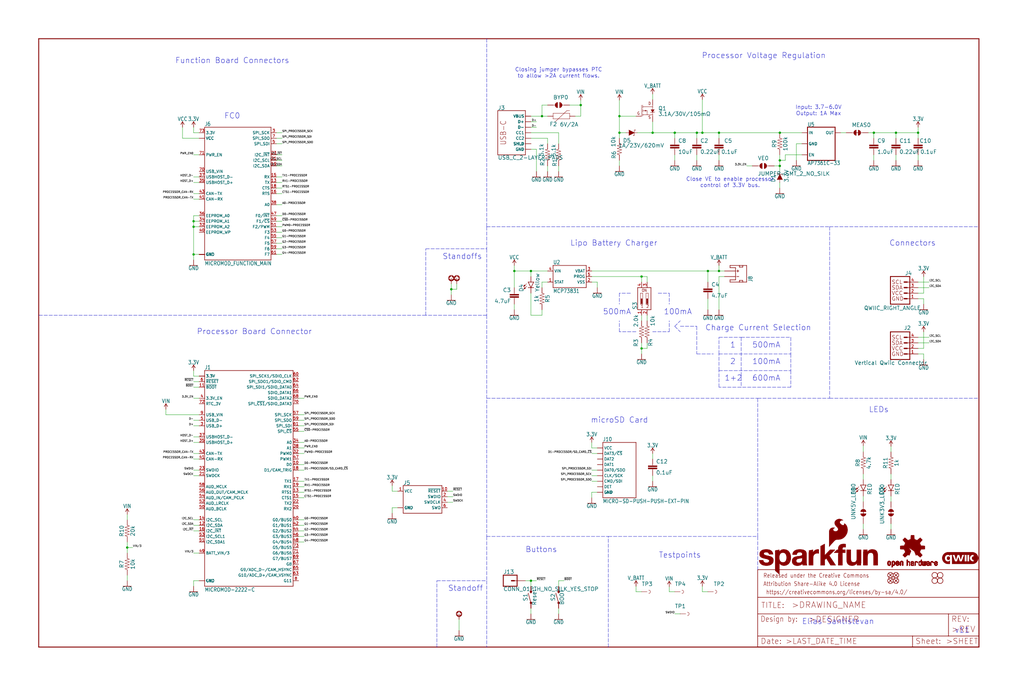
<source format=kicad_sch>
(kicad_sch (version 20211123) (generator eeschema)
  (paper "User" 470.306 317.906)
  (lib_symbols
    (symbol "eagleSchem-eagle-import:0.1UF-0603-25V-(+80{slash}-20%)"
      (property "Reference" "C" (at 1.524 2.921 0))
      (property "Value" "0.1UF-0603-25V-(+80{slash}-20%)" (at 1.524 -2.159 0))
      (symbol "0.1UF-0603-25V-(+80{slash}-20%)_1_0"
        (pin passive line (at 0 5.08 270) (length 2.54) (name "1") (number "1"))
        (pin passive line (at 0 -2.54 90) (length 2.54) (name "2") (number "2"))
      )
    )
    (symbol "eagleSchem-eagle-import:0.22UF-0603-25V-10%"
      (property "Reference" "C" (at 1.524 2.921 0))
      (property "Value" "0.22UF-0603-25V-10%" (at 1.524 -2.159 0))
      (symbol "0.22UF-0603-25V-10%_1_0"
        (pin passive line (at 0 5.08 270) (length 2.54) (name "1") (number "1"))
        (pin passive line (at 0 -2.54 90) (length 2.54) (name "2") (number "2"))
      )
    )
    (symbol "eagleSchem-eagle-import:1.0UF-0603-16V-10%"
      (property "Reference" "C" (at 1.524 2.921 0))
      (property "Value" "1.0UF-0603-16V-10%" (at 1.524 -2.159 0))
      (symbol "1.0UF-0603-16V-10%_1_0"
        (pin passive line (at 0 5.08 270) (length 2.54) (name "1") (number "1"))
        (pin passive line (at 0 -2.54 90) (length 2.54) (name "2") (number "2"))
      )
    )
    (symbol "eagleSchem-eagle-import:100KOHM-0603-1{slash}10W-1%"
      (property "Reference" "R" (at 0 1.524 0))
      (property "Value" "100KOHM-0603-1{slash}10W-1%" (at 0 -1.524 0))
      (symbol "100KOHM-0603-1{slash}10W-1%_1_0"
        (pin passive line (at -5.08 0 0) (length 2.54) (name "1") (number "1"))
        (pin passive line (at 5.08 0 180) (length 2.54) (name "2") (number "2"))
      )
    )
    (symbol "eagleSchem-eagle-import:10KOHM-0603-1{slash}10W-1%"
      (property "Reference" "R" (at 0 1.524 0))
      (property "Value" "10KOHM-0603-1{slash}10W-1%" (at 0 -1.524 0))
      (symbol "10KOHM-0603-1{slash}10W-1%_1_0"
        (pin passive line (at -5.08 0 0) (length 2.54) (name "1") (number "1"))
        (pin passive line (at 5.08 0 180) (length 2.54) (name "2") (number "2"))
      )
    )
    (symbol "eagleSchem-eagle-import:10UF-0805-10V-10%"
      (property "Reference" "C" (at 1.524 2.921 0))
      (property "Value" "10UF-0805-10V-10%" (at 1.524 -2.159 0))
      (symbol "10UF-0805-10V-10%_1_0"
        (pin passive line (at 0 5.08 270) (length 2.54) (name "1") (number "1"))
        (pin passive line (at 0 -2.54 90) (length 2.54) (name "2") (number "2"))
      )
    )
    (symbol "eagleSchem-eagle-import:1KOHM-0603-1{slash}10W-1%"
      (property "Reference" "R" (at 0 1.524 0))
      (property "Value" "1KOHM-0603-1{slash}10W-1%" (at 0 -1.524 0))
      (symbol "1KOHM-0603-1{slash}10W-1%_1_0"
        (pin passive line (at -5.08 0 0) (length 2.54) (name "1") (number "1"))
        (pin passive line (at 5.08 0 180) (length 2.54) (name "2") (number "2"))
      )
    )
    (symbol "eagleSchem-eagle-import:2.0KOHM-0603-1{slash}10W-5%"
      (property "Reference" "R" (at 0 1.524 0))
      (property "Value" "2.0KOHM-0603-1{slash}10W-5%" (at 0 -1.524 0))
      (symbol "2.0KOHM-0603-1{slash}10W-5%_1_0"
        (pin passive line (at -5.08 0 0) (length 2.54) (name "1") (number "1"))
        (pin passive line (at 5.08 0 180) (length 2.54) (name "2") (number "2"))
      )
    )
    (symbol "eagleSchem-eagle-import:20KOHM-0603-1{slash}10W-1%"
      (property "Reference" "R" (at 0 1.524 0))
      (property "Value" "20KOHM-0603-1{slash}10W-1%" (at 0 -1.524 0))
      (symbol "20KOHM-0603-1{slash}10W-1%_1_0"
        (pin passive line (at -5.08 0 0) (length 2.54) (name "1") (number "1"))
        (pin passive line (at 5.08 0 180) (length 2.54) (name "2") (number "2"))
      )
    )
    (symbol "eagleSchem-eagle-import:3.3V" (power)
      (property "Value" "3.3V" (at 0 2.794 0))
      (symbol "3.3V_1_0"
        (pin power_in line (at 0 0 90) (length 2.54) (name "3.3V") (number "1"))
      )
    )
    (symbol "eagleSchem-eagle-import:4.7KOHM-0603-1{slash}10W-1%"
      (property "Reference" "R" (at 0 1.524 0))
      (property "Value" "4.7KOHM-0603-1{slash}10W-1%" (at 0 -1.524 0))
      (symbol "4.7KOHM-0603-1{slash}10W-1%_1_0"
        (pin passive line (at -5.08 0 0) (length 2.54) (name "1") (number "1"))
        (pin passive line (at 5.08 0 180) (length 2.54) (name "2") (number "2"))
      )
    )
    (symbol "eagleSchem-eagle-import:4.7UF-0603-35V-(20%)"
      (property "Reference" "C" (at 1.524 2.921 0))
      (property "Value" "4.7UF-0603-35V-(20%)" (at 1.524 -2.159 0))
      (symbol "4.7UF-0603-35V-(20%)_1_0"
        (pin passive line (at 0 5.08 270) (length 2.54) (name "1") (number "1"))
        (pin passive line (at 0 -2.54 90) (length 2.54) (name "2") (number "2"))
      )
    )
    (symbol "eagleSchem-eagle-import:4.7UF-0603-6.3V-(10%)"
      (property "Reference" "C" (at 1.524 2.921 0))
      (property "Value" "4.7UF-0603-6.3V-(10%)" (at 1.524 -2.159 0))
      (symbol "4.7UF-0603-6.3V-(10%)_1_0"
        (pin passive line (at 0 5.08 270) (length 2.54) (name "1") (number "1"))
        (pin passive line (at 0 -2.54 90) (length 2.54) (name "2") (number "2"))
      )
    )
    (symbol "eagleSchem-eagle-import:5.1KOHM5.1KOHM-0603-1{slash}10W-1%"
      (property "Reference" "R" (at 0 1.524 0))
      (property "Value" "5.1KOHM5.1KOHM-0603-1{slash}10W-1%" (at 0 -1.524 0))
      (symbol "5.1KOHM5.1KOHM-0603-1{slash}10W-1%_1_0"
        (pin passive line (at -5.08 0 0) (length 2.54) (name "1") (number "1"))
        (pin passive line (at 5.08 0 180) (length 2.54) (name "2") (number "2"))
      )
    )
    (symbol "eagleSchem-eagle-import:AP7361C-33FGEUDFN-8"
      (property "Reference" "U" (at -7.62 7.874 0))
      (property "Value" "AP7361C-33FGEUDFN-8" (at -7.62 -7.874 0))
      (symbol "AP7361C-33FGEUDFN-8_1_0"
        (pin output line (at 7.62 5.08 180) (length 2.54) (name "OUT") (number "1"))
        (pin input line (at -10.16 0 0) (length 2.54) (name "GND") (number "4"))
        (pin bidirectional line (at -10.16 -5.08 0) (length 2.54) (name "EN") (number "5"))
        (pin input line (at -10.16 5.08 0) (length 2.54) (name "IN") (number "8"))
        (pin input line (at -10.16 0 0) (length 2.54) (name "GND") (number "EP"))
      )
    )
    (symbol "eagleSchem-eagle-import:CONN_01PTH_NO_SILK_YES_STOP"
      (property "Reference" "J" (at -2.54 3.048 0))
      (property "Value" "CONN_01PTH_NO_SILK_YES_STOP" (at -2.54 -4.826 0))
      (symbol "CONN_01PTH_NO_SILK_YES_STOP_1_0"
        (pin passive line (at 7.62 0 180) (length 5.08) (name "1") (number "1"))
      )
    )
    (symbol "eagleSchem-eagle-import:CORTEX_JTAG_DEBUG_MINIMUM_PTH"
      (property "Reference" "J" (at -10.16 7.874 0))
      (property "Value" "CORTEX_JTAG_DEBUG_MINIMUM_PTH" (at -10.16 -7.366 0))
      (symbol "CORTEX_JTAG_DEBUG_MINIMUM_PTH_1_0"
        (pin bidirectional line (at -12.7 5.08 0) (length 2.54) (name "VCC") (number "1"))
        (pin bidirectional line (at 10.16 5.08 180) (length 2.54) (name "~{RESET}") (number "10"))
        (pin bidirectional line (at 10.16 2.54 180) (length 2.54) (name "SWDIO") (number "2"))
        (pin bidirectional line (at -12.7 -2.54 0) (length 2.54) (name "GND") (number "3"))
        (pin bidirectional line (at 10.16 0 180) (length 2.54) (name "SWDCLK") (number "4"))
        (pin bidirectional line (at -12.7 -2.54 0) (length 2.54) (name "GND") (number "5"))
        (pin bidirectional line (at 10.16 -2.54 180) (length 2.54) (name "SWO") (number "6"))
        (pin bidirectional line (at -12.7 -2.54 0) (length 2.54) (name "GND") (number "9"))
      )
    )
    (symbol "eagleSchem-eagle-import:DIODE-SCHOTTKY-BAT20J"
      (property "Reference" "D" (at -2.54 2.032 0))
      (property "Value" "DIODE-SCHOTTKY-BAT20J" (at -2.54 -2.032 0))
      (symbol "DIODE-SCHOTTKY-BAT20J_1_0"
        (pin passive line (at -2.54 0 0) (length 0) (name "A") (number "A"))
        (pin passive line (at 2.54 0 180) (length 0) (name "C") (number "C"))
      )
    )
    (symbol "eagleSchem-eagle-import:DIODE-ZENER-MM3Z3V3T1G"
      (property "Reference" "D" (at -2.54 2.032 0))
      (property "Value" "DIODE-ZENER-MM3Z3V3T1G" (at -2.54 -2.032 0))
      (symbol "DIODE-ZENER-MM3Z3V3T1G_1_0"
        (pin passive line (at -2.54 0 0) (length 0) (name "A") (number "A"))
        (pin passive line (at 2.54 0 180) (length 0) (name "C") (number "C"))
      )
    )
    (symbol "eagleSchem-eagle-import:DIP-02-SMD-50MIL"
      (property "Reference" "S" (at -2.032 -5.08 90))
      (property "Value" "DIP-02-SMD-50MIL" (at 4.572 -5.08 90))
      (symbol "DIP-02-SMD-50MIL_1_0"
        (text "1" (at 0.254 -2.794 0) (effects (font (size 1.27 1.27)) (justify top)))
        (text "2" (at 2.794 -2.794 0) (effects (font (size 1.27 1.27)) (justify top)))
        (text "ON" (at 1.27 3.048 0) (effects (font (size 1.27 1.0795)) (justify bottom)))
        (pin bidirectional line (at 0 -7.62 90) (length 2.54) (name "P$1") (number "1"))
        (pin bidirectional line (at 2.54 -7.62 90) (length 2.54) (name "P$2") (number "2"))
        (pin bidirectional line (at 2.54 7.62 270) (length 2.54) (name "P$4") (number "3"))
        (pin bidirectional line (at 0 7.62 270) (length 2.54) (name "P$3") (number "4"))
      )
    )
    (symbol "eagleSchem-eagle-import:FIDUCIAL1X2")
    (symbol "eagleSchem-eagle-import:FRAME-LEDGER"
      (symbol "FRAME-LEDGER_2_0"
        (text " https://creativecommons.org/licenses/by-sa/4.0/" (at 2.54 24.13 0) (effects (font (size 1.9304 1.6408)) (justify left bottom)))
        (text ">DESIGNER" (at 23.114 11.176 0) (effects (font (size 2.7432 2.7432)) (justify left bottom)))
        (text ">DRAWING_NAME" (at 15.494 17.78 0) (effects (font (size 2.7432 2.7432)) (justify left bottom)))
        (text ">LAST_DATE_TIME" (at 12.7 1.27 0) (effects (font (size 2.54 2.54)) (justify left bottom)))
        (text ">REV" (at 88.9 6.604 0) (effects (font (size 2.7432 2.7432)) (justify left bottom)))
        (text ">SHEET" (at 86.36 1.27 0) (effects (font (size 2.54 2.54)) (justify left bottom)))
        (text "Attribution Share-Alike 4.0 License" (at 2.54 27.94 0) (effects (font (size 1.9304 1.6408)) (justify left bottom)))
        (text "Date:" (at 1.27 1.27 0) (effects (font (size 2.54 2.54)) (justify left bottom)))
        (text "Design by:" (at 1.27 11.43 0) (effects (font (size 2.54 2.159)) (justify left bottom)))
        (text "Released under the Creative Commons" (at 2.54 31.75 0) (effects (font (size 1.9304 1.6408)) (justify left bottom)))
        (text "REV:" (at 88.9 11.43 0) (effects (font (size 2.54 2.54)) (justify left bottom)))
        (text "Sheet:" (at 72.39 1.27 0) (effects (font (size 2.54 2.54)) (justify left bottom)))
        (text "TITLE:" (at 1.524 17.78 0) (effects (font (size 2.54 2.54)) (justify left bottom)))
      )
    )
    (symbol "eagleSchem-eagle-import:GND" (power)
      (property "Value" "GND" (at 0 -0.254 0))
      (symbol "GND_1_0"
        (pin power_in line (at 0 2.54 270) (length 2.54) (name "GND") (number "1"))
      )
    )
    (symbol "eagleSchem-eagle-import:JST_2MM_MALE"
      (property "Reference" "J" (at -2.54 5.842 0))
      (symbol "JST_2MM_MALE_1_0"
        (pin bidirectional line (at 0 -5.08 90) (length 5.08) (name "-") (number "1"))
        (pin bidirectional line (at 2.54 -5.08 90) (length 5.08) (name "+") (number "2"))
        (pin bidirectional line (at -2.54 2.54 90) (length 0) (name "PAD1") (number "NC1"))
        (pin bidirectional line (at 5.08 2.54 90) (length 0) (name "PAD2") (number "NC2"))
      )
    )
    (symbol "eagleSchem-eagle-import:JUMPER-COMBO_2_NC_TRACE"
      (property "Reference" "JP" (at 0 2.794 0))
      (property "Value" "JUMPER-COMBO_2_NC_TRACE" (at 0 -2.794 0))
      (symbol "JUMPER-COMBO_2_NC_TRACE_1_0"
        (pin passive line (at -5.08 0 0) (length 2.54) (name "1") (number "1"))
        (pin passive line (at 5.08 0 180) (length 2.54) (name "2") (number "2"))
        (pin passive line (at -5.08 0 0) (length 2.54) (name "1") (number "3"))
        (pin passive line (at 5.08 0 180) (length 2.54) (name "2") (number "4"))
      )
    )
    (symbol "eagleSchem-eagle-import:JUMPER-SMT_2_NC_TRACE_SILK"
      (property "Reference" "JP" (at 0 3.048 0))
      (property "Value" "JUMPER-SMT_2_NC_TRACE_SILK" (at 0 -3.048 0))
      (symbol "JUMPER-SMT_2_NC_TRACE_SILK_1_0"
        (pin passive line (at -5.08 0 0) (length 2.54) (name "1") (number "1"))
        (pin passive line (at 5.08 0 180) (length 2.54) (name "2") (number "2"))
      )
    )
    (symbol "eagleSchem-eagle-import:JUMPER-SMT_2_NO_SILK"
      (property "Reference" "JP" (at 0 2.794 0))
      (property "Value" "JUMPER-SMT_2_NO_SILK" (at 0 -2.794 0))
      (symbol "JUMPER-SMT_2_NO_SILK_1_0"
        (pin passive line (at -5.08 0 0) (length 2.54) (name "1") (number "1"))
        (pin passive line (at 5.08 0 180) (length 2.54) (name "2") (number "2"))
      )
    )
    (symbol "eagleSchem-eagle-import:LED-RED0603"
      (property "Reference" "D" (at -3.429 -4.572 90))
      (property "Value" "LED-RED0603" (at 1.905 -4.572 90))
      (symbol "LED-RED0603_1_0"
        (pin passive line (at 0 2.54 270) (length 2.54) (name "A") (number "A"))
        (pin passive line (at 0 -5.08 90) (length 2.54) (name "C") (number "C"))
      )
    )
    (symbol "eagleSchem-eagle-import:LED-YELLOW0603"
      (property "Reference" "D" (at -3.429 -4.572 90))
      (property "Value" "LED-YELLOW0603" (at 1.905 -4.572 90))
      (symbol "LED-YELLOW0603_1_0"
        (pin passive line (at 0 2.54 270) (length 2.54) (name "A") (number "A"))
        (pin passive line (at 0 -5.08 90) (length 2.54) (name "C") (number "C"))
      )
    )
    (symbol "eagleSchem-eagle-import:MCP73831"
      (property "Reference" "U" (at -7.62 5.588 0))
      (property "Value" "MCP73831" (at -7.62 -7.62 0))
      (symbol "MCP73831_1_0"
        (pin output line (at -10.16 -2.54 0) (length 2.54) (name "STAT") (number "1"))
        (pin power_in line (at 10.16 -2.54 180) (length 2.54) (name "VSS") (number "2"))
        (pin power_in line (at 10.16 2.54 180) (length 2.54) (name "VBAT") (number "3"))
        (pin power_in line (at -10.16 2.54 0) (length 2.54) (name "VIN") (number "4"))
        (pin input line (at 10.16 0 180) (length 2.54) (name "PROG") (number "5"))
      )
    )
    (symbol "eagleSchem-eagle-import:MICRO-SD-PUSH-PUSH-EXT-PIN"
      (property "Reference" "J" (at -5.08 13.208 0))
      (property "Value" "MICRO-SD-PUSH-PUSH-EXT-PIN" (at -5.08 -15.24 0))
      (symbol "MICRO-SD-PUSH-PUSH-EXT-PIN_1_0"
        (pin bidirectional line (at -7.62 5.08 0) (length 2.54) (name "DAT2") (number "1"))
        (pin bidirectional line (at -7.62 -10.16 0) (length 2.54) (name "GND") (number "10"))
        (pin bidirectional line (at -7.62 -10.16 0) (length 2.54) (name "GND") (number "11"))
        (pin bidirectional line (at -7.62 -10.16 0) (length 2.54) (name "GND") (number "12"))
        (pin bidirectional line (at -7.62 -10.16 0) (length 2.54) (name "GND") (number "13"))
        (pin bidirectional line (at -7.62 7.62 0) (length 2.54) (name "DAT3/~{CS}") (number "2"))
        (pin bidirectional line (at -7.62 -5.08 0) (length 2.54) (name "CMD/SDI") (number "3"))
        (pin bidirectional line (at -7.62 10.16 0) (length 2.54) (name "VCC") (number "4"))
        (pin bidirectional line (at -7.62 -2.54 0) (length 2.54) (name "CLK/SCK") (number "5"))
        (pin bidirectional line (at -7.62 -10.16 0) (length 2.54) (name "GND") (number "6"))
        (pin bidirectional line (at -7.62 0 0) (length 2.54) (name "DAT0/SDO") (number "7"))
        (pin bidirectional line (at -7.62 2.54 0) (length 2.54) (name "DAT1") (number "8"))
        (pin bidirectional line (at -7.62 -7.62 0) (length 2.54) (name "DET") (number "9"))
      )
    )
    (symbol "eagleSchem-eagle-import:MICROMOD-2222-C"
      (property "Reference" "J" (at -20.32 53.848 0))
      (property "Value" "MICROMOD-2222-C" (at -20.32 -48.26 0))
      (symbol "MICROMOD-2222-C_1_0"
        (pin bidirectional line (at -22.86 -43.18 0) (length 2.54) (name "GND") (number "1"))
        (pin bidirectional line (at 22.86 10.16 180) (length 2.54) (name "D0") (number "10"))
        (pin bidirectional line (at -22.86 45.72 0) (length 2.54) (name "~{BOOT}") (number "11"))
        (pin bidirectional line (at -22.86 -17.78 0) (length 2.54) (name "I2C_SDA") (number "12"))
        (pin bidirectional line (at 22.86 -2.54 180) (length 2.54) (name "RTS1") (number "13"))
        (pin bidirectional line (at -22.86 -15.24 0) (length 2.54) (name "I2C_SCL") (number "14"))
        (pin bidirectional line (at 22.86 -5.08 180) (length 2.54) (name "CTS1") (number "15"))
        (pin bidirectional line (at -22.86 -20.32 0) (length 2.54) (name "I2C_~{INT}") (number "16"))
        (pin bidirectional line (at 22.86 2.54 180) (length 2.54) (name "TX1") (number "17"))
        (pin bidirectional line (at 22.86 7.62 180) (length 2.54) (name "D1/CAM_TRIG") (number "18"))
        (pin bidirectional line (at 22.86 0 180) (length 2.54) (name "RX1") (number "19"))
        (pin bidirectional line (at -22.86 50.8 0) (length 2.54) (name "3.3V") (number "2"))
        (pin bidirectional line (at 22.86 -10.16 180) (length 2.54) (name "RX2") (number "20"))
        (pin bidirectional line (at -22.86 5.08 0) (length 2.54) (name "SWDCK") (number "21"))
        (pin bidirectional line (at 22.86 -7.62 180) (length 2.54) (name "TX2") (number "22"))
        (pin bidirectional line (at -22.86 7.62 0) (length 2.54) (name "SWDIO") (number "23"))
        (pin bidirectional line (at -22.86 27.94 0) (length 2.54) (name "USB_D+") (number "3"))
        (pin bidirectional line (at 22.86 15.24 180) (length 2.54) (name "PWM0") (number "32"))
        (pin bidirectional line (at -22.86 -43.18 0) (length 2.54) (name "GND") (number "33"))
        (pin bidirectional line (at 22.86 20.32 180) (length 2.54) (name "A0") (number "34"))
        (pin bidirectional line (at -22.86 20.32 0) (length 2.54) (name "USBHOST_D+") (number "35"))
        (pin bidirectional line (at -22.86 -43.18 0) (length 2.54) (name "GND") (number "36"))
        (pin bidirectional line (at -22.86 22.86 0) (length 2.54) (name "USBHOST_D-") (number "37"))
        (pin bidirectional line (at 22.86 17.78 180) (length 2.54) (name "A1") (number "38"))
        (pin bidirectional line (at -22.86 -43.18 0) (length 2.54) (name "GND") (number "39"))
        (pin bidirectional line (at -22.86 40.64 0) (length 2.54) (name "3.3V_EN") (number "4"))
        (pin bidirectional line (at 22.86 -15.24 180) (length 2.54) (name "G0/BUS0") (number "40"))
        (pin bidirectional line (at -22.86 12.7 0) (length 2.54) (name "CAN-RX") (number "41"))
        (pin bidirectional line (at 22.86 -17.78 180) (length 2.54) (name "G1/BUS1") (number "42"))
        (pin bidirectional line (at -22.86 15.24 0) (length 2.54) (name "CAN-TX") (number "43"))
        (pin bidirectional line (at 22.86 -20.32 180) (length 2.54) (name "G2/BUS2") (number "44"))
        (pin bidirectional line (at -22.86 -43.18 0) (length 2.54) (name "GND") (number "45"))
        (pin bidirectional line (at 22.86 -22.86 180) (length 2.54) (name "G3/BUS3") (number "46"))
        (pin bidirectional line (at 22.86 12.7 180) (length 2.54) (name "PWM1") (number "47"))
        (pin bidirectional line (at 22.86 -25.4 180) (length 2.54) (name "G4/BUS4") (number "48"))
        (pin bidirectional line (at -22.86 -30.48 0) (length 2.54) (name "BATT_VIN/3") (number "49"))
        (pin bidirectional line (at -22.86 30.48 0) (length 2.54) (name "USB_D-") (number "5"))
        (pin bidirectional line (at -22.86 -10.16 0) (length 2.54) (name "AUD_BCLK") (number "50"))
        (pin bidirectional line (at -22.86 -25.4 0) (length 2.54) (name "I2C_SDA1") (number "51"))
        (pin bidirectional line (at -22.86 -7.62 0) (length 2.54) (name "AUD_LRCLK") (number "52"))
        (pin bidirectional line (at -22.86 -22.86 0) (length 2.54) (name "I2C_SCL1") (number "53"))
        (pin bidirectional line (at -22.86 -5.08 0) (length 2.54) (name "AUD_IN/CAM_PCLK") (number "54"))
        (pin bidirectional line (at 22.86 25.4 180) (length 2.54) (name "SPI_~{CS}") (number "55"))
        (pin bidirectional line (at -22.86 -2.54 0) (length 2.54) (name "AUD_OUT/CAM_MCLK") (number "56"))
        (pin bidirectional line (at 22.86 33.02 180) (length 2.54) (name "SPI_SCK") (number "57"))
        (pin bidirectional line (at -22.86 0 0) (length 2.54) (name "AUD_MCLK") (number "58"))
        (pin bidirectional line (at 22.86 30.48 180) (length 2.54) (name "SPI_SDO") (number "59"))
        (pin bidirectional line (at -22.86 48.26 0) (length 2.54) (name "~{RESET}") (number "6"))
        (pin bidirectional line (at 22.86 50.8 180) (length 2.54) (name "SPI_SCK1/SDIO_CLK") (number "60"))
        (pin bidirectional line (at 22.86 27.94 180) (length 2.54) (name "SPI_SDI") (number "61"))
        (pin bidirectional line (at 22.86 48.26 180) (length 2.54) (name "SPI_SDO1/SDIO_CMD") (number "62"))
        (pin bidirectional line (at 22.86 -40.64 180) (length 2.54) (name "G10/ADC_D+/CAM_VSYNC") (number "63"))
        (pin bidirectional line (at 22.86 45.72 180) (length 2.54) (name "SPI_SDI1/SDIO_DATA0") (number "64"))
        (pin bidirectional line (at 22.86 -38.1 180) (length 2.54) (name "G9/ADC_D-/CAM_HSYNC") (number "65"))
        (pin bidirectional line (at 22.86 43.18 180) (length 2.54) (name "SDIO_DATA1") (number "66"))
        (pin bidirectional line (at 22.86 -35.56 180) (length 2.54) (name "G8") (number "67"))
        (pin bidirectional line (at 22.86 40.64 180) (length 2.54) (name "SDIO_DATA2") (number "68"))
        (pin bidirectional line (at 22.86 -33.02 180) (length 2.54) (name "G7/BUS7") (number "69"))
        (pin bidirectional line (at -22.86 -43.18 0) (length 2.54) (name "GND") (number "7"))
        (pin bidirectional line (at 22.86 38.1 180) (length 2.54) (name "SPI_~{CS1}/SDIO_DATA3") (number "70"))
        (pin bidirectional line (at 22.86 -30.48 180) (length 2.54) (name "G6/BUS6") (number "71"))
        (pin bidirectional line (at -22.86 38.1 0) (length 2.54) (name "RTC_3V") (number "72"))
        (pin bidirectional line (at 22.86 -27.94 180) (length 2.54) (name "G5/BUS5") (number "73"))
        (pin bidirectional line (at -22.86 50.8 0) (length 2.54) (name "3.3V") (number "74"))
        (pin bidirectional line (at -22.86 -43.18 0) (length 2.54) (name "GND") (number "75"))
        (pin bidirectional line (at 22.86 -43.18 180) (length 2.54) (name "G11") (number "8"))
        (pin bidirectional line (at -22.86 33.02 0) (length 2.54) (name "USB_VIN") (number "9"))
      )
    )
    (symbol "eagleSchem-eagle-import:MICROMOD_FUNCTION_MAIN"
      (property "Reference" "J" (at -15.24 28.448 0))
      (property "Value" "MICROMOD_FUNCTION_MAIN" (at -15.24 -35.56 0))
      (symbol "MICROMOD_FUNCTION_MAIN_1_0"
        (pin bidirectional line (at -17.78 -30.48 0) (length 2.54) (name "GND") (number "1"))
        (pin bidirectional line (at 17.78 2.54 180) (length 2.54) (name "TX") (number "13"))
        (pin bidirectional line (at 17.78 5.08 180) (length 2.54) (name "RX") (number "15"))
        (pin bidirectional line (at 17.78 -2.54 180) (length 2.54) (name "RTS") (number "16"))
        (pin bidirectional line (at 17.78 0 180) (length 2.54) (name "CTS") (number "18"))
        (pin bidirectional line (at 17.78 10.16 180) (length 2.54) (name "I2C_SDA") (number "19"))
        (pin bidirectional line (at 17.78 12.7 180) (length 2.54) (name "I2C_SCL") (number "21"))
        (pin bidirectional line (at 17.78 15.24 180) (length 2.54) (name "I2C_~{INT}") (number "23"))
        (pin bidirectional line (at 17.78 25.4 180) (length 2.54) (name "SPI_SCK") (number "3"))
        (pin bidirectional line (at -17.78 -17.78 0) (length 2.54) (name "EEPROM_A2") (number "32"))
        (pin bidirectional line (at -17.78 -30.48 0) (length 2.54) (name "GND") (number "33"))
        (pin bidirectional line (at -17.78 -15.24 0) (length 2.54) (name "EEPROM_A1") (number "34"))
        (pin bidirectional line (at -17.78 2.54 0) (length 2.54) (name "USBHOST_D+") (number "35"))
        (pin bidirectional line (at -17.78 -12.7 0) (length 2.54) (name "EEPROM_A0") (number "36"))
        (pin bidirectional line (at -17.78 5.08 0) (length 2.54) (name "USBHOST_D-") (number "37"))
        (pin bidirectional line (at 17.78 -7.62 180) (length 2.54) (name "A0") (number "38"))
        (pin bidirectional line (at -17.78 -30.48 0) (length 2.54) (name "GND") (number "39"))
        (pin bidirectional line (at -17.78 -20.32 0) (length 2.54) (name "EEPROM_WP") (number "40"))
        (pin bidirectional line (at -17.78 -5.08 0) (length 2.54) (name "CAN-RX") (number "41"))
        (pin bidirectional line (at -17.78 -2.54 0) (length 2.54) (name "CAN-TX") (number "43"))
        (pin bidirectional line (at -17.78 -30.48 0) (length 2.54) (name "GND") (number "45"))
        (pin bidirectional line (at 17.78 -12.7 180) (length 2.54) (name "F0/~{INT}") (number "47"))
        (pin bidirectional line (at 17.78 -15.24 180) (length 2.54) (name "F1/~{CS}") (number "49"))
        (pin bidirectional line (at 17.78 20.32 180) (length 2.54) (name "SPI_SDI") (number "5"))
        (pin bidirectional line (at 17.78 -17.78 180) (length 2.54) (name "F2/PWM") (number "51"))
        (pin bidirectional line (at 17.78 -20.32 180) (length 2.54) (name "F3") (number "53"))
        (pin bidirectional line (at 17.78 -22.86 180) (length 2.54) (name "F4") (number "55"))
        (pin bidirectional line (at 17.78 -25.4 180) (length 2.54) (name "F5") (number "57"))
        (pin bidirectional line (at 17.78 -27.94 180) (length 2.54) (name "F6") (number "59"))
        (pin bidirectional line (at 17.78 -30.48 180) (length 2.54) (name "F7") (number "61"))
        (pin bidirectional line (at 17.78 22.86 180) (length 2.54) (name "SPI_SDO") (number "7"))
        (pin bidirectional line (at -17.78 7.62 0) (length 2.54) (name "USB_VIN") (number "70"))
        (pin bidirectional line (at -17.78 15.24 0) (length 2.54) (name "PWR_EN") (number "71"))
        (pin bidirectional line (at -17.78 22.86 0) (length 2.54) (name "VCC") (number "72"))
        (pin bidirectional line (at -17.78 25.4 0) (length 2.54) (name "3.3V") (number "73"))
        (pin bidirectional line (at -17.78 22.86 0) (length 2.54) (name "VCC") (number "74"))
        (pin bidirectional line (at -17.78 -30.48 0) (length 2.54) (name "GND") (number "75"))
      )
    )
    (symbol "eagleSchem-eagle-import:MOMENTARY-SWITCH-SPST-SMD-5.2-TALL-REDUNDANT"
      (property "Reference" "S" (at 0 1.524 0))
      (property "Value" "MOMENTARY-SWITCH-SPST-SMD-5.2-TALL-REDUNDANT" (at 0 -0.508 0))
      (symbol "MOMENTARY-SWITCH-SPST-SMD-5.2-TALL-REDUNDANT_1_0"
        (pin passive line (at -5.08 0 0) (length 2.54) (name "1") (number "1"))
        (pin passive line (at -5.08 0 0) (length 2.54) (name "1") (number "2"))
        (pin passive line (at 5.08 0 180) (length 2.54) (name "2") (number "3"))
        (pin passive line (at 5.08 0 180) (length 2.54) (name "2") (number "4"))
      )
    )
    (symbol "eagleSchem-eagle-import:MOSFET_PCH-DMG2307L"
      (property "Reference" "Q" (at 5.08 0 0))
      (property "Value" "MOSFET_PCH-DMG2307L" (at 5.08 -2.54 0))
      (symbol "MOSFET_PCH-DMG2307L_1_0"
        (text "D" (at 0.508 2.54 0) (effects (font (size 1.27 1.0795)) (justify left bottom)))
        (text "G" (at -3.302 -0.508 0) (effects (font (size 1.27 1.0795)) (justify right top)))
        (text "S" (at 0.508 -3.81 0) (effects (font (size 1.27 1.0795)) (justify left bottom)))
        (pin bidirectional line (at -5.08 -2.54 0) (length 2.54) (name "G") (number "1"))
        (pin bidirectional line (at 2.54 -5.08 90) (length 2.54) (name "S") (number "2"))
        (pin bidirectional line (at 2.54 5.08 270) (length 2.54) (name "D") (number "3"))
      )
    )
    (symbol "eagleSchem-eagle-import:OSHW-LOGOL")
    (symbol "eagleSchem-eagle-import:PPTC_6V2A"
      (property "Reference" "F" (at 1.905 3.175 0))
      (property "Value" "PPTC_6V2A" (at 1.27 -2.794 0))
      (symbol "PPTC_6V2A_1_0"
        (pin bidirectional line (at -5.08 0 0) (length 2.54) (name "1") (number "1"))
        (pin bidirectional line (at 7.62 0 180) (length 2.54) (name "2") (number "2"))
      )
    )
    (symbol "eagleSchem-eagle-import:QWIIC_CONNECTOR"
      (property "Reference" "J" (at -5.08 7.874 0))
      (property "Value" "QWIIC_CONNECTOR" (at -5.08 -5.334 0))
      (symbol "QWIIC_CONNECTOR_1_0"
        (text "GND" (at -4.572 -2.54 0) (effects (font (size 1.778 1.778)) (justify left)))
        (text "SCL" (at -4.572 5.08 0) (effects (font (size 1.778 1.778)) (justify left)))
        (text "SDA" (at -4.572 2.54 0) (effects (font (size 1.778 1.778)) (justify left)))
        (text "VCC" (at -4.572 0 0) (effects (font (size 1.778 1.778)) (justify left)))
        (pin power_in line (at 7.62 -2.54 180) (length 5.08) (name "1") (number "1"))
        (pin power_in line (at 7.62 0 180) (length 5.08) (name "2") (number "2"))
        (pin passive line (at 7.62 2.54 180) (length 5.08) (name "3") (number "3"))
        (pin passive line (at 7.62 5.08 180) (length 5.08) (name "4") (number "4"))
      )
    )
    (symbol "eagleSchem-eagle-import:QWIIC_CONNECTORJS-1MM"
      (property "Reference" "J" (at -5.08 7.874 0))
      (property "Value" "QWIIC_CONNECTORJS-1MM" (at -5.08 -5.334 0))
      (symbol "QWIIC_CONNECTORJS-1MM_1_0"
        (text "GND" (at -4.572 -2.54 0) (effects (font (size 1.778 1.778)) (justify left)))
        (text "SCL" (at -4.572 5.08 0) (effects (font (size 1.778 1.778)) (justify left)))
        (text "SDA" (at -4.572 2.54 0) (effects (font (size 1.778 1.778)) (justify left)))
        (text "VCC" (at -4.572 0 0) (effects (font (size 1.778 1.778)) (justify left)))
        (pin power_in line (at 7.62 -2.54 180) (length 5.08) (name "1") (number "1"))
        (pin power_in line (at 7.62 0 180) (length 5.08) (name "2") (number "2"))
        (pin passive line (at 7.62 2.54 180) (length 5.08) (name "3") (number "3"))
        (pin passive line (at 7.62 5.08 180) (length 5.08) (name "4") (number "4"))
      )
    )
    (symbol "eagleSchem-eagle-import:QWIIC_LOGO_8MM")
    (symbol "eagleSchem-eagle-import:SFE_LOGO_NAME_FLAME.3_INCH")
    (symbol "eagleSchem-eagle-import:STAND-OFF-REFLOW-M2.5_2.5MM_TALL"
      (property "Reference" "H" (at -2.54 2.54 0))
      (property "Value" "STAND-OFF-REFLOW-M2.5_2.5MM_TALL" (at 2.54 0 0))
      (symbol "STAND-OFF-REFLOW-M2.5_2.5MM_TALL_1_0"
        (pin bidirectional line (at 0 -2.54 90) (length 2.54) (name "1") (number "1"))
      )
    )
    (symbol "eagleSchem-eagle-import:STAND-OFFTIGHT")
    (symbol "eagleSchem-eagle-import:TEST-POINT3X5"
      (property "Reference" "TP" (at -2.54 2.54 0))
      (property "Value" "TEST-POINT3X5" (at -2.54 -2.54 0))
      (symbol "TEST-POINT3X5_1_0"
        (pin bidirectional line (at 0 0 180) (length 0) (name "1") (number "1"))
      )
    )
    (symbol "eagleSchem-eagle-import:USB_C_2-LAYER_PADS"
      (property "Reference" "J" (at -2.54 10.414 0))
      (property "Value" "USB_C_2-LAYER_PADS" (at -2.54 -12.446 0))
      (symbol "USB_C_2-LAYER_PADS_1_0"
        (text "USB-C" (at 0 0 900) (effects (font (size 2.54 2.159))))
        (pin bidirectional line (at 12.7 0 180) (length 2.54) (name "CC1") (number "A5"))
        (pin bidirectional line (at 12.7 5.08 180) (length 2.54) (name "D+") (number "A6"))
        (pin bidirectional line (at 12.7 2.54 180) (length 2.54) (name "D-") (number "A7"))
        (pin bidirectional line (at 12.7 -2.54 180) (length 2.54) (name "CC2") (number "B5"))
        (pin bidirectional line (at 12.7 5.08 180) (length 2.54) (name "D+") (number "B6"))
        (pin bidirectional line (at 12.7 2.54 180) (length 2.54) (name "D-") (number "B7"))
        (pin bidirectional line (at 12.7 -7.62 180) (length 2.54) (name "GND") (number "GND"))
        (pin bidirectional line (at 12.7 -7.62 180) (length 2.54) (name "GND") (number "GND2"))
        (pin bidirectional line (at 12.7 -5.08 180) (length 2.54) (name "SHLD") (number "SHLD1"))
        (pin bidirectional line (at 12.7 -5.08 180) (length 2.54) (name "SHLD") (number "SHLD2"))
        (pin bidirectional line (at 12.7 -5.08 180) (length 2.54) (name "SHLD") (number "SHLD3"))
        (pin bidirectional line (at 12.7 -5.08 180) (length 2.54) (name "SHLD") (number "SHLD4"))
        (pin bidirectional line (at 12.7 7.62 180) (length 2.54) (name "VBUS") (number "VBUS1"))
        (pin bidirectional line (at 12.7 7.62 180) (length 2.54) (name "VBUS") (number "VBUS2"))
      )
    )
    (symbol "eagleSchem-eagle-import:VCC" (power)
      (property "Value" "VCC" (at 0 2.794 0))
      (symbol "VCC_1_0"
        (pin power_in line (at 0 0 90) (length 2.54) (name "VCC") (number "1"))
      )
    )
    (symbol "eagleSchem-eagle-import:VIN" (power)
      (property "Value" "VIN" (at 0 2.794 0))
      (symbol "VIN_1_0"
        (pin power_in line (at 0 0 90) (length 2.54) (name "VIN") (number "1"))
      )
    )
    (symbol "eagleSchem-eagle-import:V_BATT" (power)
      (property "Value" "V_BATT" (at 0 2.794 0))
      (symbol "V_BATT_1_0"
        (pin power_in line (at 0 0 90) (length 2.54) (name "V_BATT") (number "1"))
      )
    )
  )
  (junction (at 248.92 53.34))
  (junction (at 322.58 60.96))
  (junction (at 284.48 53.34))
  (junction (at 88.9 116.84))
  (junction (at 88.9 104.14))
  (junction (at 88.9 101.6))
  (junction (at 309.88 60.96))
  (junction (at 243.84 124.46))
  (junction (at 236.22 124.46))
  (junction (at 358.14 73.66))
  (junction (at 207.264 132.842))
  (junction (at 401.32 60.96))
  (junction (at 58.42 251.46))
  (junction (at 284.48 60.96))
  (junction (at 411.48 60.96))
  (junction (at 243.84 266.7))
  (junction (at 325.12 124.46))
  (junction (at 299.72 60.96))
  (junction (at 330.2 60.96))
  (junction (at 294.64 160.02))
  (junction (at 320.04 60.96))
  (junction (at 421.64 60.96))
  (junction (at 266.7 48.26))
  (junction (at 330.2 124.46))
  (junction (at 294.64 127))
  (junction (at 358.14 76.2))
  (junction (at 358.14 60.96))
  (wire (pts (xy 88.9 208.28) (xy 91.44 208.28)))
  (wire (pts (xy 401.32 73.66) (xy 401.32 71.12)))
  (wire (pts (xy 388.62 60.96) (xy 386.08 60.96)))
  (wire (pts (xy 271.78 215.9) (xy 274.32 215.9)))
  (polyline (pts (xy 347.98 246.38) (xy 347.98 261.62)))
  (wire (pts (xy 243.84 53.34) (xy 248.92 53.34)))
  (wire (pts (xy 396.494 207.518) (xy 396.494 204.724)))
  (wire (pts (xy 137.16 248.92) (xy 139.7 248.92)))
  (polyline (pts (xy 284.48 152.4) (xy 284.48 147.32)))
  (polyline (pts (xy 284.48 134.62) (xy 284.48 139.7)))
  (wire (pts (xy 205.486 230.632) (xy 208.026 230.632)))
  (polyline (pts (xy 330.2 170.18) (xy 363.22 170.18)))
  (wire (pts (xy 137.16 228.6) (xy 139.7 228.6)))
  (wire (pts (xy 297.18 144.78) (xy 297.18 147.32)))
  (wire (pts (xy 330.2 60.96) (xy 322.58 60.96)))
  (wire (pts (xy 137.16 198.12) (xy 139.7 198.12)))
  (wire (pts (xy 309.88 63.5) (xy 309.88 60.96)))
  (polyline (pts (xy 302.26 134.62) (xy 307.34 134.62)))
  (wire (pts (xy 322.58 60.96) (xy 320.04 60.96)))
  (wire (pts (xy 58.42 264.16) (xy 58.42 266.7)))
  (wire (pts (xy 139.7 246.38) (xy 137.16 246.38)))
  (polyline (pts (xy 223.52 246.38) (xy 279.4 246.38)))
  (polyline (pts (xy 363.22 154.94) (xy 363.22 162.56)))
  (wire (pts (xy 266.7 53.34) (xy 264.16 53.34)))
  (wire (pts (xy 256.54 281.94) (xy 256.54 279.4)))
  (wire (pts (xy 243.84 279.4) (xy 243.84 281.94)))
  (wire (pts (xy 251.46 48.26) (xy 248.92 48.26)))
  (polyline (pts (xy 307.34 134.62) (xy 307.34 139.7)))
  (wire (pts (xy 76.2 190.5) (xy 76.2 187.96)))
  (wire (pts (xy 88.9 200.66) (xy 91.44 200.66)))
  (polyline (pts (xy 340.36 154.94) (xy 340.36 177.8)))
  (wire (pts (xy 312.42 281.94) (xy 309.88 281.94)))
  (wire (pts (xy 91.44 172.72) (xy 88.9 172.72)))
  (wire (pts (xy 246.38 68.58) (xy 246.38 78.74)))
  (wire (pts (xy 294.64 147.32) (xy 294.64 144.78)))
  (wire (pts (xy 320.04 73.66) (xy 320.04 71.12)))
  (wire (pts (xy 271.78 220.98) (xy 274.32 220.98)))
  (wire (pts (xy 139.7 205.74) (xy 137.16 205.74)))
  (polyline (pts (xy 223.52 114.3) (xy 223.52 144.78)))
  (wire (pts (xy 325.12 124.46) (xy 330.2 124.46)))
  (wire (pts (xy 299.72 210.82) (xy 299.72 208.28)))
  (polyline (pts (xy 330.2 170.18) (xy 330.2 162.56)))
  (wire (pts (xy 256.54 78.74) (xy 256.54 76.2)))
  (wire (pts (xy 205.486 225.552) (xy 208.026 225.552)))
  (polyline (pts (xy 330.2 162.56) (xy 330.2 154.94)))
  (wire (pts (xy 58.42 236.22) (xy 58.42 238.76)))
  (wire (pts (xy 127 88.9) (xy 129.54 88.9)))
  (wire (pts (xy 284.48 53.34) (xy 284.48 45.974)))
  (wire (pts (xy 396.494 220.218) (xy 396.494 217.678)))
  (wire (pts (xy 243.84 134.62) (xy 243.84 144.78)))
  (wire (pts (xy 139.7 223.52) (xy 137.16 223.52)))
  (wire (pts (xy 127 60.96) (xy 129.54 60.96)))
  (wire (pts (xy 256.54 60.96) (xy 256.54 66.04)))
  (wire (pts (xy 88.9 266.7) (xy 88.9 269.24)))
  (wire (pts (xy 330.2 124.46) (xy 332.74 124.46)))
  (wire (pts (xy 139.7 203.2) (xy 137.16 203.2)))
  (wire (pts (xy 411.48 60.96) (xy 421.64 60.96)))
  (wire (pts (xy 396.494 243.078) (xy 396.494 240.538)))
  (wire (pts (xy 139.7 220.98) (xy 137.16 220.98)))
  (wire (pts (xy 256.54 269.24) (xy 256.54 266.7)))
  (wire (pts (xy 360.68 73.66) (xy 360.68 71.12)))
  (wire (pts (xy 88.9 203.2) (xy 91.44 203.2)))
  (wire (pts (xy 243.84 269.24) (xy 243.84 266.7)))
  (wire (pts (xy 236.22 142.24) (xy 236.22 139.7)))
  (wire (pts (xy 320.04 60.96) (xy 320.04 63.5)))
  (wire (pts (xy 325.12 271.78) (xy 322.58 271.78)))
  (wire (pts (xy 91.44 63.5) (xy 83.82 63.5)))
  (wire (pts (xy 248.92 48.26) (xy 248.92 53.34)))
  (wire (pts (xy 182.626 233.172) (xy 180.086 233.172)))
  (wire (pts (xy 137.16 182.88) (xy 139.7 182.88)))
  (wire (pts (xy 274.32 129.54) (xy 274.32 132.08)))
  (polyline (pts (xy 223.52 266.7) (xy 223.52 297.18)))
  (wire (pts (xy 207.264 132.842) (xy 209.804 132.842)))
  (wire (pts (xy 91.44 81.28) (xy 88.9 81.28)))
  (wire (pts (xy 294.64 160.02) (xy 294.64 157.48)))
  (wire (pts (xy 421.64 73.66) (xy 421.64 71.12)))
  (wire (pts (xy 271.78 129.54) (xy 274.32 129.54)))
  (wire (pts (xy 127 116.84) (xy 129.54 116.84)))
  (wire (pts (xy 271.78 218.44) (xy 274.32 218.44)))
  (wire (pts (xy 297.18 127) (xy 294.64 127)))
  (polyline (pts (xy 309.88 149.86) (xy 312.42 147.32)))
  (wire (pts (xy 368.3 60.96) (xy 358.14 60.96)))
  (wire (pts (xy 256.54 266.7) (xy 259.08 266.7)))
  (wire (pts (xy 137.16 195.58) (xy 139.7 195.58)))
  (polyline (pts (xy 195.58 144.78) (xy 17.78 144.78)))
  (wire (pts (xy 358.14 76.2) (xy 355.6 76.2)))
  (polyline (pts (xy 363.22 177.8) (xy 340.36 177.8)))
  (wire (pts (xy 127 63.5) (xy 129.54 63.5)))
  (polyline (pts (xy 347.98 246.38) (xy 347.98 182.88)))
  (wire (pts (xy 274.32 226.06) (xy 271.78 226.06)))
  (wire (pts (xy 246.38 266.7) (xy 243.84 266.7)))
  (wire (pts (xy 243.84 60.96) (xy 256.54 60.96)))
  (wire (pts (xy 243.84 266.7) (xy 241.3 266.7)))
  (wire (pts (xy 292.1 271.78) (xy 292.1 269.24)))
  (wire (pts (xy 421.64 157.48) (xy 426.72 157.48)))
  (wire (pts (xy 137.16 193.04) (xy 139.7 193.04)))
  (wire (pts (xy 299.72 55.88) (xy 299.72 60.96)))
  (wire (pts (xy 358.14 73.66) (xy 360.68 73.66)))
  (wire (pts (xy 91.44 101.6) (xy 88.9 101.6)))
  (wire (pts (xy 127 81.28) (xy 129.54 81.28)))
  (polyline (pts (xy 223.52 182.88) (xy 347.98 182.88)))
  (wire (pts (xy 396.494 227.838) (xy 396.494 230.378)))
  (wire (pts (xy 127 86.36) (xy 129.54 86.36)))
  (wire (pts (xy 401.32 63.5) (xy 401.32 60.96)))
  (wire (pts (xy 58.42 251.46) (xy 60.96 251.46)))
  (wire (pts (xy 320.04 60.96) (xy 309.88 60.96)))
  (wire (pts (xy 91.44 71.12) (xy 88.9 71.12)))
  (wire (pts (xy 345.44 76.2) (xy 342.9 76.2)))
  (wire (pts (xy 91.44 195.58) (xy 88.9 195.58)))
  (polyline (pts (xy 320.04 149.86) (xy 320.04 162.56)))
  (wire (pts (xy 398.78 60.96) (xy 401.32 60.96)))
  (polyline (pts (xy 279.4 246.38) (xy 347.98 246.38)))
  (polyline (pts (xy 320.04 162.56) (xy 327.66 162.56)))
  (polyline (pts (xy 307.34 152.4) (xy 307.34 147.32)))
  (wire (pts (xy 127 101.6) (xy 129.54 101.6)))
  (wire (pts (xy 309.88 271.78) (xy 307.34 271.78)))
  (wire (pts (xy 271.78 124.46) (xy 325.12 124.46)))
  (wire (pts (xy 248.92 132.08) (xy 248.92 129.54)))
  (wire (pts (xy 271.78 127) (xy 294.64 127)))
  (wire (pts (xy 243.84 124.46) (xy 251.46 124.46)))
  (wire (pts (xy 409.194 243.078) (xy 409.194 240.538)))
  (wire (pts (xy 292.1 53.34) (xy 284.48 53.34)))
  (wire (pts (xy 88.9 116.84) (xy 88.9 119.38)))
  (wire (pts (xy 411.48 73.66) (xy 411.48 71.12)))
  (polyline (pts (xy 312.42 149.86) (xy 320.04 149.86)))
  (wire (pts (xy 325.12 124.46) (xy 325.12 129.54)))
  (wire (pts (xy 325.12 142.24) (xy 325.12 137.16)))
  (wire (pts (xy 424.18 137.16) (xy 424.18 139.7)))
  (wire (pts (xy 297.18 157.48) (xy 297.18 160.02)))
  (wire (pts (xy 127 71.12) (xy 129.54 71.12)))
  (wire (pts (xy 91.44 116.84) (xy 88.9 116.84)))
  (wire (pts (xy 209.804 132.842) (xy 209.804 130.302)))
  (wire (pts (xy 58.42 251.46) (xy 58.42 254)))
  (wire (pts (xy 368.3 66.04) (xy 365.76 66.04)))
  (wire (pts (xy 358.14 73.66) (xy 358.14 71.12)))
  (polyline (pts (xy 223.52 144.78) (xy 223.52 246.38)))
  (wire (pts (xy 88.9 60.96) (xy 88.9 58.42)))
  (wire (pts (xy 127 111.76) (xy 129.54 111.76)))
  (wire (pts (xy 409.194 227.838) (xy 409.194 230.378)))
  (polyline (pts (xy 340.36 154.94) (xy 363.22 154.94)))
  (wire (pts (xy 358.14 86.36) (xy 358.14 83.82)))
  (wire (pts (xy 137.16 190.5) (xy 139.7 190.5)))
  (wire (pts (xy 248.92 144.78) (xy 248.92 142.24)))
  (wire (pts (xy 58.42 248.92) (xy 58.42 251.46)))
  (wire (pts (xy 88.9 218.44) (xy 91.44 218.44)))
  (wire (pts (xy 330.2 127) (xy 330.2 142.24)))
  (wire (pts (xy 139.7 208.28) (xy 137.16 208.28)))
  (wire (pts (xy 294.64 271.78) (xy 292.1 271.78)))
  (wire (pts (xy 243.84 55.88) (xy 246.38 55.88)))
  (polyline (pts (xy 381 182.88) (xy 449.58 182.88)))
  (wire (pts (xy 91.44 91.44) (xy 88.9 91.44)))
  (wire (pts (xy 88.9 101.6) (xy 88.9 104.14)))
  (polyline (pts (xy 289.56 134.62) (xy 284.48 134.62)))
  (polyline (pts (xy 292.1 152.4) (xy 284.48 152.4)))
  (polyline (pts (xy 340.36 177.8) (xy 330.2 177.8)))
  (wire (pts (xy 309.88 73.66) (xy 309.88 71.12)))
  (wire (pts (xy 294.64 162.56) (xy 294.64 160.02)))
  (polyline (pts (xy 381 104.14) (xy 449.58 104.14)))
  (wire (pts (xy 127 93.98) (xy 129.54 93.98)))
  (wire (pts (xy 358.14 78.74) (xy 358.14 76.2)))
  (wire (pts (xy 261.62 48.26) (xy 266.7 48.26)))
  (wire (pts (xy 266.7 48.26) (xy 266.7 53.34)))
  (wire (pts (xy 271.78 228.6) (xy 271.78 226.06)))
  (wire (pts (xy 139.7 241.3) (xy 137.16 241.3)))
  (wire (pts (xy 358.14 76.2) (xy 358.14 73.66)))
  (wire (pts (xy 91.44 60.96) (xy 88.9 60.96)))
  (polyline (pts (xy 279.4 297.18) (xy 279.4 246.38)))
  (wire (pts (xy 248.92 129.54) (xy 251.46 129.54)))
  (wire (pts (xy 424.18 134.62) (xy 424.18 127)))
  (wire (pts (xy 299.72 60.96) (xy 292.608 60.96)))
  (wire (pts (xy 88.9 241.3) (xy 91.44 241.3)))
  (wire (pts (xy 243.84 63.5) (xy 251.46 63.5)))
  (polyline (pts (xy 309.88 149.86) (xy 312.42 152.4)))
  (wire (pts (xy 330.2 121.92) (xy 330.2 124.46)))
  (wire (pts (xy 139.7 238.76) (xy 137.16 238.76)))
  (wire (pts (xy 284.48 60.96) (xy 284.48 53.34)))
  (wire (pts (xy 421.64 154.94) (xy 426.72 154.94)))
  (polyline (pts (xy 363.22 162.56) (xy 363.22 170.18)))
  (wire (pts (xy 365.76 66.04) (xy 365.76 73.66)))
  (polyline (pts (xy 363.22 170.18) (xy 363.22 177.8)))
  (wire (pts (xy 411.48 60.96) (xy 411.48 63.5)))
  (wire (pts (xy 421.64 129.54) (xy 426.72 129.54)))
  (wire (pts (xy 243.84 68.58) (xy 246.38 68.58)))
  (wire (pts (xy 368.3 71.12) (xy 360.68 71.12)))
  (polyline (pts (xy 223.52 104.14) (xy 381 104.14)))
  (wire (pts (xy 91.44 104.14) (xy 88.9 104.14)))
  (wire (pts (xy 88.9 99.06) (xy 88.9 101.6)))
  (wire (pts (xy 139.7 213.36) (xy 137.16 213.36)))
  (wire (pts (xy 137.16 226.06) (xy 139.7 226.06)))
  (wire (pts (xy 332.74 127) (xy 330.2 127)))
  (wire (pts (xy 91.44 193.04) (xy 88.9 193.04)))
  (wire (pts (xy 236.22 124.46) (xy 236.22 132.08)))
  (polyline (pts (xy 299.72 152.4) (xy 307.34 152.4)))
  (wire (pts (xy 307.34 269.494) (xy 307.34 271.78)))
  (wire (pts (xy 127 73.66) (xy 129.54 73.66)))
  (wire (pts (xy 297.18 160.02) (xy 294.64 160.02)))
  (wire (pts (xy 236.22 121.92) (xy 236.22 124.46)))
  (polyline (pts (xy 195.58 114.3) (xy 223.52 114.3)))
  (wire (pts (xy 421.64 60.96) (xy 421.64 63.5)))
  (wire (pts (xy 139.7 243.84) (xy 137.16 243.84)))
  (wire (pts (xy 421.64 132.08) (xy 426.72 132.08)))
  (wire (pts (xy 88.9 238.76) (xy 91.44 238.76)))
  (wire (pts (xy 424.18 152.4) (xy 424.18 160.02)))
  (polyline (pts (xy 381 104.14) (xy 381 182.88)))
  (wire (pts (xy 421.64 137.16) (xy 424.18 137.16)))
  (wire (pts (xy 274.32 205.74) (xy 271.78 205.74)))
  (wire (pts (xy 91.44 88.9) (xy 88.9 88.9)))
  (wire (pts (xy 330.2 63.5) (xy 330.2 60.96)))
  (wire (pts (xy 284.48 63.5) (xy 284.48 60.96)))
  (wire (pts (xy 409.194 220.218) (xy 409.194 217.678)))
  (polyline (pts (xy 223.52 144.78) (xy 195.58 144.78)))
  (wire (pts (xy 243.84 144.78) (xy 248.92 144.78)))
  (wire (pts (xy 127 114.3) (xy 129.54 114.3)))
  (wire (pts (xy 207.264 130.302) (xy 207.264 132.842)))
  (wire (pts (xy 287.528 60.96) (xy 284.48 60.96)))
  (wire (pts (xy 127 66.04) (xy 129.54 66.04)))
  (polyline (pts (xy 223.52 104.14) (xy 223.52 114.3)))
  (wire (pts (xy 243.84 124.46) (xy 236.22 124.46)))
  (wire (pts (xy 266.7 48.26) (xy 266.7 45.974)))
  (wire (pts (xy 409.194 204.978) (xy 409.194 207.518)))
  (wire (pts (xy 88.9 243.84) (xy 91.44 243.84)))
  (polyline (pts (xy 195.58 144.78) (xy 195.58 114.3)))
  (wire (pts (xy 83.82 63.5) (xy 83.82 58.42)))
  (wire (pts (xy 91.44 254) (xy 88.9 254)))
  (polyline (pts (xy 200.66 266.7) (xy 223.52 266.7)))
  (polyline (pts (xy 223.52 17.78) (xy 223.52 104.14)))
  (wire (pts (xy 421.64 160.02) (xy 424.18 160.02)))
  (wire (pts (xy 127 76.2) (xy 129.54 76.2)))
  (polyline (pts (xy 330.2 177.8) (xy 330.2 170.18)))
  (wire (pts (xy 180.086 233.172) (xy 180.086 235.712)))
  (wire (pts (xy 297.18 129.54) (xy 297.18 127)))
  (wire (pts (xy 424.18 134.62) (xy 421.64 134.62)))
  (wire (pts (xy 127 109.22) (xy 129.54 109.22)))
  (wire (pts (xy 421.64 162.56) (xy 424.18 162.56)))
  (wire (pts (xy 401.32 60.96) (xy 411.48 60.96)))
  (wire (pts (xy 322.58 60.96) (xy 322.58 45.72)))
  (wire (pts (xy 284.48 73.66) (xy 284.48 76.2)))
  (wire (pts (xy 91.44 177.8) (xy 88.9 177.8)))
  (wire (pts (xy 91.44 83.82) (xy 88.9 83.82)))
  (wire (pts (xy 91.44 190.5) (xy 76.2 190.5)))
  (wire (pts (xy 299.72 220.98) (xy 299.72 218.44)))
  (wire (pts (xy 210.82 284.48) (xy 210.82 289.56)))
  (wire (pts (xy 251.46 63.5) (xy 251.46 66.04)))
  (wire (pts (xy 127 99.06) (xy 129.54 99.06)))
  (wire (pts (xy 88.9 210.82) (xy 91.44 210.82)))
  (wire (pts (xy 251.46 78.74) (xy 251.46 76.2)))
  (wire (pts (xy 91.44 99.06) (xy 88.9 99.06)))
  (polyline (pts (xy 347.98 182.88) (xy 381 182.88)))
  (wire (pts (xy 205.486 228.092) (xy 208.026 228.092)))
  (polyline (pts (xy 200.66 297.18) (xy 200.66 266.7)))
  (wire (pts (xy 182.626 225.552) (xy 180.086 225.552)))
  (wire (pts (xy 248.92 53.34) (xy 251.46 53.34)))
  (wire (pts (xy 127 104.14) (xy 129.54 104.14)))
  (polyline (pts (xy 330.2 154.94) (xy 340.36 154.94)))
  (polyline (pts (xy 223.52 246.38) (xy 223.52 266.7)))
  (wire (pts (xy 322.58 271.78) (xy 322.58 269.24)))
  (wire (pts (xy 180.086 225.552) (xy 180.086 223.012)))
  (wire (pts (xy 91.44 266.7) (xy 88.9 266.7)))
  (wire (pts (xy 424.18 162.56) (xy 424.18 165.1)))
  (wire (pts (xy 299.72 43.18) (xy 299.72 45.72)))
  (wire (pts (xy 243.84 58.42) (xy 246.38 58.42)))
  (wire (pts (xy 88.9 182.88) (xy 91.44 182.88)))
  (wire (pts (xy 271.78 205.74) (xy 271.78 203.2)))
  (wire (pts (xy 139.7 215.9) (xy 137.16 215.9)))
  (wire (pts (xy 88.9 104.14) (xy 88.9 116.84)))
  (wire (pts (xy 358.14 60.96) (xy 330.2 60.96)))
  (polyline (pts (xy 330.2 162.56) (xy 363.22 162.56)))
  (wire (pts (xy 91.44 175.26) (xy 88.9 175.26)))
  (wire (pts (xy 294.64 127) (xy 294.64 129.54)))
  (wire (pts (xy 330.2 73.66) (xy 330.2 71.12)))
  (wire (pts (xy 207.264 135.382) (xy 207.264 132.842)))
  (wire (pts (xy 309.88 60.96) (xy 299.72 60.96)))
  (wire (pts (xy 88.9 215.9) (xy 91.44 215.9)))
  (wire (pts (xy 243.84 127) (xy 243.84 124.46)))
  (wire (pts (xy 421.64 58.42) (xy 421.64 60.96)))
  (wire (pts (xy 127 106.68) (xy 129.54 106.68)))
  (wire (pts (xy 271.78 208.28) (xy 274.32 208.28)))
  (wire (pts (xy 88.9 172.72) (xy 88.9 170.18)))
  (wire (pts (xy 127 83.82) (xy 129.54 83.82)))
  (text "Testpoints" (at 302.514 256.54 180) (effects (font (size 2.54 2.54)) (justify left bottom)))
  (text "Buttons" (at 241.3 254 180) (effects (font (size 2.54 2.54)) (justify left bottom)))
  (text "Close VE to enable processor\ncontrol of 3.3V bus." (at 335.28 83.82 180) (effects (font (size 1.778 1.778))))
  (text "100mA" (at 345.44 167.64 180) (effects (font (size 2.54 2.54)) (justify left bottom)))
  (text "Standoffs" (at 203.2 119.38 180) (effects (font (size 2.54 2.54)) (justify left bottom)))
  (text "Connectors" (at 419.1 111.76 180) (effects (font (size 2.54 2.54))))
  (text "FC0" (at 106.68 53.34 180) (effects (font (size 2.54 2.54))))
  (text "1" (at 335.28 160.02 180) (effects (font (size 2.54 2.54)) (justify left bottom)))
  (text "Processor Voltage Regulation" (at 350.774 25.654 180) (effects (font (size 2.54 2.54))))
  (text "600mA" (at 345.44 175.26 180) (effects (font (size 2.54 2.54)) (justify left bottom)))
  (text "v11" (at 441.96 289.56 180) (effects (font (size 2.54 2.54))))
  (text "500mA" (at 276.86 144.78 180) (effects (font (size 2.54 2.54)) (justify left bottom)))
  (text "Lipo Battery Charger" (at 281.94 111.76 180) (effects (font (size 2.54 2.54))))
  (text "LEDs" (at 399.034 189.738 180) (effects (font (size 2.54 2.54)) (justify left bottom)))
  (text "Standoff" (at 205.74 271.78 180) (effects (font (size 2.54 2.54)) (justify left bottom)))
  (text "100mA" (at 304.8 144.78 180) (effects (font (size 2.54 2.54)) (justify left bottom)))
  (text "2" (at 335.28 167.64 180) (effects (font (size 2.54 2.54)) (justify left bottom)))
  (text "Processor Board Connector" (at 116.84 152.4 180) (effects (font (size 2.54 2.54))))
  (text "Closing jumper bypasses PTC\nto allow >2A current flows." (at 256.54 33.528 0) (effects (font (size 1.778 1.778))))
  (text "Charge Current Selection" (at 348.234 150.622 180) (effects (font (size 2.54 2.54))))
  (text "Function Board Connectors" (at 106.68 27.94 180) (effects (font (size 2.54 2.54))))
  (text "microSD Card" (at 284.48 193.04 180) (effects (font (size 2.54 2.54))))
  (text "Elias Santistevan" (at 368.3 287.02 180) (effects (font (size 2.54 2.54)) (justify left bottom)))
  (text "Input: 3.7-6.0V\nOutput: 1A Max" (at 375.92 50.8 180) (effects (font (size 1.778 1.778))))
  (text "500mA" (at 345.44 160.02 180) (effects (font (size 2.54 2.54)) (justify left bottom)))
  (text "1+2" (at 332.74 175.26 180) (effects (font (size 2.54 2.54)) (justify left bottom)))
  (label "G2-PROCESSOR" (at 139.7 243.84 0) (effects (font (size 0.889 0.889))))
  (label "HOST_D-" (at 88.9 81.28 180) (effects (font (size 0.889 0.889))))
  (label "~{CS0}-PROCESSOR" (at 129.54 101.6 0) (effects (font (size 0.889 0.889))))
  (label "PROCESSOR_CAN-RX" (at 88.9 88.9 180) (effects (font (size 0.889 0.889))))
  (label "PROCESSOR_CAN-TX" (at 88.9 91.44 180) (effects (font (size 0.889 0.889))))
  (label "D-" (at 88.9 193.04 180) (effects (font (size 0.889 0.889))))
  (label "SPI_PROCESSOR_SDO" (at 139.7 193.04 0) (effects (font (size 0.889 0.889))))
  (label "VIN/3" (at 60.96 251.46 0) (effects (font (size 0.889 0.889))))
  (label "SWDIO" (at 88.9 215.9 180) (effects (font (size 0.889 0.889))))
  (label "SPI_PROCESSOR_SCK" (at 139.7 190.5 0) (effects (font (size 0.889 0.889))))
  (label "SPI_PROCESSOR_SDO" (at 129.54 66.04 0) (effects (font (size 0.889 0.889))))
  (label "HOST_D-" (at 88.9 200.66 180) (effects (font (size 0.889 0.889))))
  (label "VIN/3" (at 88.9 254 180) (effects (font (size 0.889 0.889))))
  (label "TX1-PROCESSOR" (at 139.7 220.98 0) (effects (font (size 0.889 0.889))))
  (label "I2C_SDA" (at 129.54 76.2 180) (effects (font (size 0.889 0.889))))
  (label "I2C_SDA" (at 426.72 132.08 0) (effects (font (size 0.889 0.889))))
  (label "~{CS0}-PROCESSOR" (at 139.7 198.12 0) (effects (font (size 0.889 0.889))))
  (label "I2C_~{INT}" (at 129.54 71.12 180) (effects (font (size 0.889 0.889))))
  (label "RTS1-PROCESSOR" (at 139.7 226.06 0) (effects (font (size 0.889 0.889))))
  (label "~{BOOT}" (at 259.08 266.7 0) (effects (font (size 0.889 0.889))))
  (label "~{BOOT}" (at 88.9 177.8 180) (effects (font (size 0.889 0.889))))
  (label "PWM0-PROCESSOR" (at 129.54 104.14 0) (effects (font (size 0.889 0.889))))
  (label "~{RESET}" (at 208.026 225.552 0) (effects (font (size 0.889 0.889))))
  (label "TX1-PROCESSOR" (at 129.54 81.28 0) (effects (font (size 0.889 0.889))))
  (label "D-" (at 246.38 58.42 180) (effects (font (size 0.889 0.889))))
  (label "SPI_PROCESSOR_SDI" (at 129.54 63.5 0) (effects (font (size 0.889 0.889))))
  (label "SPI_PROCESSOR_SDI" (at 139.7 195.58 0) (effects (font (size 0.889 0.889))))
  (label "D+" (at 88.9 195.58 180) (effects (font (size 0.889 0.889))))
  (label "PROCESSOR_CAN-TX" (at 88.9 208.28 180) (effects (font (size 0.889 0.889))))
  (label "I2C_SCL" (at 426.72 154.94 0) (effects (font (size 0.889 0.889))))
  (label "D0-PROCESSOR" (at 129.54 99.06 0) (effects (font (size 0.889 0.889))))
  (label "CTS1-PROCESSOR" (at 139.7 228.6 0) (effects (font (size 0.889 0.889))))
  (label "D1-PROCESSOR/SD_CARD_~{CS}" (at 139.7 215.9 0) (effects (font (size 0.889 0.889))))
  (label "SPI_PROCESSOR_SCK" (at 271.78 218.44 180) (effects (font (size 0.889 0.889))))
  (label "HOST_D+" (at 88.9 83.82 180) (effects (font (size 0.889 0.889))))
  (label "SWDIO" (at 309.88 281.94 180) (effects (font (size 0.889 0.889))))
  (label "G3-PROCESSOR" (at 139.7 246.38 0) (effects (font (size 0.889 0.889))))
  (label "A0-PROCESSOR" (at 139.7 203.2 0) (effects (font (size 0.889 0.889))))
  (label "G3-PROCESSOR" (at 129.54 114.3 0) (effects (font (size 0.889 0.889))))
  (label "HOST_D+" (at 88.9 203.2 180) (effects (font (size 0.889 0.889))))
  (label "RX1-PROCESSOR" (at 139.7 223.52 0) (effects (font (size 0.889 0.889))))
  (label "3.3V_EN" (at 342.9 76.2 180) (effects (font (size 0.889 0.889))))
  (label "SPI_PROCESSOR_SDO" (at 271.78 220.98 180) (effects (font (size 0.889 0.889))))
  (label "D+" (at 246.38 55.88 180) (effects (font (size 0.889 0.889))))
  (label "I2C_SCL" (at 88.9 238.76 180) (effects (font (size 0.889 0.889))))
  (label "PWR_EN0" (at 88.9 71.12 180) (effects (font (size 0.889 0.889))))
  (label "SPI_PROCESSOR_SDI" (at 271.78 215.9 180) (effects (font (size 0.889 0.889))))
  (label "G1-PROCESSOR" (at 129.54 109.22 0) (effects (font (size 0.889 0.889))))
  (label "~{RESET}" (at 88.9 175.26 180) (effects (font (size 0.889 0.889))))
  (label "I2C_SCL" (at 129.54 73.66 180) (effects (font (size 0.889 0.889))))
  (label "PWM0-PROCESSOR" (at 139.7 208.28 0) (effects (font (size 0.889 0.889))))
  (label "A0-PROCESSOR" (at 129.54 93.98 0) (effects (font (size 0.889 0.889))))
  (label "PROCESSOR_CAN-RX" (at 88.9 210.82 180) (effects (font (size 0.889 0.889))))
  (label "I2C_~{INT}" (at 88.9 243.84 180) (effects (font (size 0.889 0.889))))
  (label "I2C_SCL" (at 426.72 129.54 0) (effects (font (size 0.889 0.889))))
  (label "SWDCK" (at 208.026 230.632 0) (effects (font (size 0.889 0.889))))
  (label "PWR_EN0" (at 139.7 182.88 0) (effects (font (size 0.889 0.889))))
  (label "D1-PROCESSOR/SD_CARD_~{CS}" (at 271.78 208.28 180) (effects (font (size 0.889 0.889))))
  (label "SPI_PROCESSOR_SCK" (at 129.54 60.96 0) (effects (font (size 0.889 0.889))))
  (label "I2C_SDA" (at 88.9 241.3 180) (effects (font (size 0.889 0.889))))
  (label "G4-PROCESSOR" (at 129.54 116.84 0) (effects (font (size 0.889 0.889))))
  (label "3.3V_EN" (at 88.9 182.88 180) (effects (font (size 0.889 0.889))))
  (label "G0-PROCESSOR" (at 129.54 106.68 0) (effects (font (size 0.889 0.889))))
  (label "I2C_SDA" (at 426.72 157.48 0) (effects (font (size 0.889 0.889))))
  (label "D0-PROCESSOR" (at 139.7 213.36 0) (effects (font (size 0.889 0.889))))
  (label "G1-PROCESSOR" (at 139.7 241.3 0) (effects (font (size 0.889 0.889))))
  (label "CTS1-PROCESSOR" (at 129.54 88.9 0) (effects (font (size 0.889 0.889))))
  (label "~{RESET}" (at 246.38 266.7 0) (effects (font (size 0.889 0.889))))
  (label "SWDIO" (at 208.026 228.092 0) (effects (font (size 0.889 0.889))))
  (label "RTS1-PROCESSOR" (at 129.54 86.36 0) (effects (font (size 0.889 0.889))))
  (label "PWR_EN0" (at 139.7 205.74 0) (effects (font (size 0.889 0.889))))
  (label "SWDCK" (at 88.9 218.44 180) (effects (font (size 0.889 0.889))))
  (label "RX1-PROCESSOR" (at 129.54 83.82 0) (effects (font (size 0.889 0.889))))
  (label "G0-PROCESSOR" (at 139.7 238.76 0) (effects (font (size 0.889 0.889))))
  (label "G2-PROCESSOR" (at 129.54 111.76 0) (effects (font (size 0.889 0.889))))
  (label "G4-PROCESSOR" (at 139.7 248.92 0) (effects (font (size 0.889 0.889))))
  (symbol (lib_id "eagleSchem-eagle-import:1KOHM-0603-1{slash}10W-1%") (at 409.194 212.598 90) (unit 1)
    (property "Reference" "R11" (at 407.67 212.598 0) (effects (font (size 1.778 1.778)) (justify bottom)))
    (property "Value" "1k" (at 410.718 212.598 0) (effects (font (size 1.778 1.778)) (justify top)))
    (property "Footprint" "eagleSchem:0603" (effects hide))
  )
  (symbol (lib_id "eagleSchem-eagle-import:GND") (at 424.18 142.24 0) (unit 1)
    (property "Reference" "#GND16" (effects hide))
    (property "Value" "GND" (at 424.18 142.494 0) (effects (font (size 1.778 1.5113)) (justify top)))
    (property "Footprint" "eagleSchem:" (effects hide))
  )
  (symbol (lib_id "eagleSchem-eagle-import:3.3V") (at 88.9 58.42 0) (unit 1)
    (property "Reference" "#SUPPLY22" (effects hide))
    (property "Value" "3.3V" (at 88.9 55.626 0) (effects (font (size 1.778 1.5113)) (justify bottom)))
    (property "Footprint" "eagleSchem:" (effects hide))
  )
  (symbol (lib_id "eagleSchem-eagle-import:VIN") (at 307.34 269.494 0) (unit 1)
    (property "Reference" "#SUPPLY1" (effects hide))
    (property "Value" "VIN" (at 307.34 266.7 0) (effects (font (size 1.778 1.5113)) (justify bottom)))
    (property "Footprint" "eagleSchem:" (effects hide))
  )
  (symbol (lib_id "eagleSchem-eagle-import:10KOHM-0603-1{slash}10W-1%") (at 58.42 259.08 90) (unit 1)
    (property "Reference" "R7" (at 56.896 259.08 0) (effects (font (size 1.778 1.778)) (justify bottom)))
    (property "Value" "10k" (at 59.944 259.08 0) (effects (font (size 1.778 1.778)) (justify top)))
    (property "Footprint" "eagleSchem:0603" (effects hide))
  )
  (symbol (lib_id "eagleSchem-eagle-import:VCC") (at 322.58 45.72 0) (unit 1)
    (property "Reference" "#SUPPLY28" (effects hide))
    (property "Value" "VCC" (at 322.58 42.926 0) (effects (font (size 1.778 1.5113)) (justify bottom)))
    (property "Footprint" "eagleSchem:" (effects hide))
  )
  (symbol (lib_id "eagleSchem-eagle-import:TEST-POINT3X5") (at 309.88 271.78 0) (unit 1)
    (property "Reference" "TP4" (at 309.88 269.24 0) (effects (font (size 1.778 1.778)) (justify left bottom)))
    (property "Value" "TEST-POINT3X5" (effects hide))
    (property "Footprint" "eagleSchem:PAD.03X.05" (effects hide))
  )
  (symbol (lib_id "eagleSchem-eagle-import:MICRO-SD-PUSH-PUSH-EXT-PIN") (at 281.94 215.9 0) (unit 1)
    (property "Reference" "J10" (at 276.86 202.692 0) (effects (font (size 1.778 1.5113)) (justify left bottom)))
    (property "Value" "MICRO-SD-PUSH-PUSH-EXT-PIN" (at 276.86 231.14 0) (effects (font (size 1.778 1.5113)) (justify left bottom)))
    (property "Footprint" "eagleSchem:MICROSD-EXTERNALPIN" (effects hide))
  )
  (symbol (lib_id "eagleSchem-eagle-import:GND") (at 236.22 144.78 0) (unit 1)
    (property "Reference" "#GND15" (effects hide))
    (property "Value" "GND" (at 236.22 145.034 0) (effects (font (size 1.778 1.5113)) (justify top)))
    (property "Footprint" "eagleSchem:" (effects hide))
  )
  (symbol (lib_id "eagleSchem-eagle-import:GND") (at 330.2 76.2 0) (unit 1)
    (property "Reference" "#GND31" (effects hide))
    (property "Value" "GND" (at 330.2 76.454 0) (effects (font (size 1.778 1.5113)) (justify top)))
    (property "Footprint" "eagleSchem:" (effects hide))
  )
  (symbol (lib_id "eagleSchem-eagle-import:OSHW-LOGOL") (at 419.1 251.46 0) (unit 1)
    (property "Reference" "LOGO3" (effects hide))
    (property "Value" "OSHW-LOGOL" (effects hide))
    (property "Footprint" "eagleSchem:OSHW-LOGO-L" (effects hide))
  )
  (symbol (lib_id "eagleSchem-eagle-import:GND") (at 358.14 88.9 0) (unit 1)
    (property "Reference" "#GND32" (effects hide))
    (property "Value" "GND" (at 358.14 89.154 0) (effects (font (size 1.778 1.5113)) (justify top)))
    (property "Footprint" "eagleSchem:" (effects hide))
  )
  (symbol (lib_id "eagleSchem-eagle-import:GND") (at 210.82 292.1 0) (unit 1)
    (property "Reference" "#GND5" (effects hide))
    (property "Value" "GND" (at 210.82 292.354 0) (effects (font (size 1.778 1.5113)) (justify top)))
    (property "Footprint" "eagleSchem:" (effects hide))
  )
  (symbol (lib_id "eagleSchem-eagle-import:GND") (at 58.42 269.24 0) (unit 1)
    (property "Reference" "#GND23" (effects hide))
    (property "Value" "GND" (at 58.42 269.494 0) (effects (font (size 1.778 1.5113)) (justify top)))
    (property "Footprint" "eagleSchem:" (effects hide))
  )
  (symbol (lib_id "eagleSchem-eagle-import:FIDUCIAL1X2") (at 408.94 266.7 0) (unit 1)
    (property "Reference" "FD4" (effects hide))
    (property "Value" "FIDUCIAL1X2" (effects hide))
    (property "Footprint" "eagleSchem:FIDUCIAL-1X2" (effects hide))
  )
  (symbol (lib_id "eagleSchem-eagle-import:QWIIC_CONNECTOR") (at 414.02 160.02 0) (unit 1)
    (property "Reference" "J2" (at 415.036 151.638 0) (effects (font (size 1.778 1.778)) (justify left bottom)))
    (property "Value" "Vertical Qwiic Connector" (at 392.43 167.64 0) (effects (font (size 1.778 1.778)) (justify left bottom)))
    (property "Footprint" "eagleSchem:JST04_1MM_VERT" (effects hide))
  )
  (symbol (lib_id "eagleSchem-eagle-import:DIP-02-SMD-50MIL") (at 294.64 137.16 0) (unit 1)
    (property "Reference" "S3" (at 292.608 142.24 90) (effects (font (size 1.778 1.778)) (justify left bottom)))
    (property "Value" "DIP-02-SMD-50MIL" (effects hide))
    (property "Footprint" "eagleSchem:DIPSWITCH-02-50MIL" (effects hide))
  )
  (symbol (lib_id "eagleSchem-eagle-import:FRAME-LEDGER") (at 17.78 297.18 0) (unit 1)
    (property "Reference" "FRAME1" (effects hide))
    (property "Value" "FRAME-LEDGER" (effects hide))
    (property "Footprint" "eagleSchem:CREATIVE_COMMONS" (effects hide))
  )
  (symbol (lib_id "eagleSchem-eagle-import:STAND-OFF-REFLOW-M2.5_2.5MM_TALL") (at 210.82 281.94 0) (unit 1)
    (property "Reference" "H8" (effects hide))
    (property "Value" "STAND-OFF-REFLOW-M2.5_2.5MM_TALL" (effects hide))
    (property "Footprint" "eagleSchem:STAND-OFF-REFLOW-M2.5" (effects hide))
  )
  (symbol (lib_id "eagleSchem-eagle-import:STAND-OFF-REFLOW-M2.5_2.5MM_TALL") (at 207.264 127.762 0) (unit 1)
    (property "Reference" "H3" (effects hide))
    (property "Value" "STAND-OFF-REFLOW-M2.5_2.5MM_TALL" (effects hide))
    (property "Footprint" "eagleSchem:STAND-OFF-REFLOW-M2.5" (effects hide))
  )
  (symbol (lib_id "eagleSchem-eagle-import:GND") (at 246.38 81.28 0) (mirror y) (unit 1)
    (property "Reference" "#GND1" (effects hide))
    (property "Value" "GND" (at 246.38 81.534 0) (effects (font (size 1.778 1.5113)) (justify top)))
    (property "Footprint" "eagleSchem:" (effects hide))
  )
  (symbol (lib_id "eagleSchem-eagle-import:10KOHM-0603-1{slash}10W-1%") (at 297.18 152.4 90) (unit 1)
    (property "Reference" "R4" (at 299.72 157.226 0) (effects (font (size 1.778 1.778)) (justify bottom)))
    (property "Value" "10k" (at 298.704 147.32 0) (effects (font (size 1.778 1.778)) (justify top)))
    (property "Footprint" "eagleSchem:0603" (effects hide))
  )
  (symbol (lib_id "eagleSchem-eagle-import:STAND-OFFTIGHT") (at 429.26 266.7 0) (unit 1)
    (property "Reference" "H16" (effects hide))
    (property "Value" "STAND-OFFTIGHT" (effects hide))
    (property "Footprint" "eagleSchem:STAND-OFF-TIGHT" (effects hide))
  )
  (symbol (lib_id "eagleSchem-eagle-import:FIDUCIAL1X2") (at 411.48 266.7 0) (unit 1)
    (property "Reference" "FD2" (effects hide))
    (property "Value" "FIDUCIAL1X2" (effects hide))
    (property "Footprint" "eagleSchem:FIDUCIAL-1X2" (effects hide))
  )
  (symbol (lib_id "eagleSchem-eagle-import:GND") (at 409.194 245.618 0) (unit 1)
    (property "Reference" "#GND10" (effects hide))
    (property "Value" "GND" (at 409.194 245.872 0) (effects (font (size 1.778 1.5113)) (justify top)))
    (property "Footprint" "eagleSchem:" (effects hide))
  )
  (symbol (lib_id "eagleSchem-eagle-import:STAND-OFFTIGHT") (at 431.8 264.16 0) (unit 1)
    (property "Reference" "H14" (effects hide))
    (property "Value" "STAND-OFFTIGHT" (effects hide))
    (property "Footprint" "eagleSchem:STAND-OFF-TIGHT" (effects hide))
  )
  (symbol (lib_id "eagleSchem-eagle-import:STAND-OFFTIGHT") (at 429.26 264.16 0) (unit 1)
    (property "Reference" "H15" (effects hide))
    (property "Value" "STAND-OFFTIGHT" (effects hide))
    (property "Footprint" "eagleSchem:STAND-OFF-TIGHT" (effects hide))
  )
  (symbol (lib_id "eagleSchem-eagle-import:GND") (at 180.086 238.252 0) (unit 1)
    (property "Reference" "#GND14" (effects hide))
    (property "Value" "GND" (at 180.086 238.506 0) (effects (font (size 1.778 1.5113)) (justify top)))
    (property "Footprint" "eagleSchem:" (effects hide))
  )
  (symbol (lib_id "eagleSchem-eagle-import:JUMPER-SMT_2_NO_SILK") (at 350.52 76.2 0) (unit 1)
    (property "Reference" "VE0" (at 347.98 73.66 0) (effects (font (size 1.778 1.778)) (justify left bottom)))
    (property "Value" "JUMPER-SMT_2_NO_SILK" (at 347.98 78.74 0) (effects (font (size 1.778 1.778)) (justify left top)))
    (property "Footprint" "eagleSchem:SMT-JUMPER_2_NO_SILK" (effects hide))
  )
  (symbol (lib_id "eagleSchem-eagle-import:V_BATT") (at 299.72 43.18 0) (unit 1)
    (property "Reference" "#SUPPLY27" (effects hide))
    (property "Value" "V_BATT" (at 299.72 40.386 0) (effects (font (size 1.778 1.5113)) (justify bottom)))
    (property "Footprint" "eagleSchem:" (effects hide))
  )
  (symbol (lib_id "eagleSchem-eagle-import:VIN") (at 266.7 45.974 0) (unit 1)
    (property "Reference" "#SUPPLY2" (effects hide))
    (property "Value" "VIN" (at 266.7 43.18 0) (effects (font (size 1.778 1.5113)) (justify bottom)))
    (property "Footprint" "eagleSchem:" (effects hide))
  )
  (symbol (lib_id "eagleSchem-eagle-import:MOMENTARY-SWITCH-SPST-SMD-5.2-TALL-REDUNDANT") (at 256.54 274.32 90) (unit 1)
    (property "Reference" "S2" (at 255.016 274.32 0) (effects (font (size 1.778 1.778)) (justify bottom)))
    (property "Value" "BOOT" (at 257.048 274.32 0) (effects (font (size 1.778 1.778)) (justify top)))
    (property "Footprint" "eagleSchem:TACTILE_SWITCH_SMD_5.2MM" (effects hide))
  )
  (symbol (lib_id "eagleSchem-eagle-import:4.7UF-0603-35V-(20%)") (at 325.12 134.62 0) (unit 1)
    (property "Reference" "C4" (at 326.644 131.699 0) (effects (font (size 1.778 1.778)) (justify left bottom)))
    (property "Value" "4.7uF" (at 326.644 136.779 0) (effects (font (size 1.778 1.778)) (justify left bottom)))
    (property "Footprint" "eagleSchem:0603" (effects hide))
  )
  (symbol (lib_id "eagleSchem-eagle-import:GND") (at 256.54 284.48 0) (mirror y) (unit 1)
    (property "Reference" "#GND12" (effects hide))
    (property "Value" "GND" (at 256.54 284.734 0) (effects (font (size 1.778 1.5113)) (justify top)))
    (property "Footprint" "eagleSchem:" (effects hide))
  )
  (symbol (lib_id "eagleSchem-eagle-import:LED-RED0603") (at 396.494 222.758 0) (unit 1)
    (property "Reference" "D8" (at 393.065 227.33 90) (effects (font (size 1.778 1.778)) (justify left bottom)))
    (property "Value" "RED" (at 398.399 227.33 90) (effects (font (size 1.778 1.778)) (justify left top)))
    (property "Footprint" "eagleSchem:LED-0603" (effects hide))
  )
  (symbol (lib_id "eagleSchem-eagle-import:JST_2MM_MALE") (at 337.82 127 270) (mirror x) (unit 1)
    (property "Reference" "J8" (at 343.662 129.54 0) (effects (font (size 1.778 1.5113)) (justify left bottom)))
    (property "Value" "JST_2MM_MALE" (effects hide))
    (property "Footprint" "eagleSchem:JST-2-SMD" (effects hide))
  )
  (symbol (lib_id "eagleSchem-eagle-import:2.0KOHM-0603-1{slash}10W-5%") (at 294.64 152.4 90) (unit 1)
    (property "Reference" "R3" (at 293.116 157.48 0) (effects (font (size 1.778 1.778)) (justify bottom)))
    (property "Value" "2.0k" (at 291.084 147.32 0) (effects (font (size 1.778 1.778)) (justify top)))
    (property "Footprint" "eagleSchem:0603" (effects hide))
  )
  (symbol (lib_id "eagleSchem-eagle-import:GND") (at 207.264 137.922 0) (unit 1)
    (property "Reference" "#GND40" (effects hide))
    (property "Value" "GND" (at 207.264 138.176 0) (effects (font (size 1.778 1.5113)) (justify top)))
    (property "Footprint" "eagleSchem:" (effects hide))
  )
  (symbol (lib_id "eagleSchem-eagle-import:GND") (at 256.54 81.28 0) (mirror y) (unit 1)
    (property "Reference" "#GND26" (effects hide))
    (property "Value" "GND" (at 256.54 81.534 0) (effects (font (size 1.778 1.5113)) (justify top)))
    (property "Footprint" "eagleSchem:" (effects hide))
  )
  (symbol (lib_id "eagleSchem-eagle-import:100KOHM-0603-1{slash}10W-1%") (at 358.14 66.04 90) (unit 1)
    (property "Reference" "R9" (at 356.616 66.04 0) (effects (font (size 1.778 1.778)) (justify bottom)))
    (property "Value" "100k" (at 359.664 66.04 0) (effects (font (size 1.778 1.778)) (justify top)))
    (property "Footprint" "eagleSchem:0603" (effects hide))
  )
  (symbol (lib_id "eagleSchem-eagle-import:3.3V") (at 271.78 203.2 0) (unit 1)
    (property "Reference" "#SUPPLY12" (effects hide))
    (property "Value" "3.3V" (at 271.78 200.406 0) (effects (font (size 1.778 1.5113)) (justify bottom)))
    (property "Footprint" "eagleSchem:" (effects hide))
  )
  (symbol (lib_id "eagleSchem-eagle-import:0.1UF-0603-25V-(+80{slash}-20%)") (at 421.64 68.58 0) (mirror y) (unit 1)
    (property "Reference" "C10" (at 427.736 65.659 0) (effects (font (size 1.778 1.778)) (justify left bottom)))
    (property "Value" "0.1uF" (at 430.276 70.739 0) (effects (font (size 1.778 1.778)) (justify left bottom)))
    (property "Footprint" "eagleSchem:0603" (effects hide))
  )
  (symbol (lib_id "eagleSchem-eagle-import:TEST-POINT3X5") (at 312.42 281.94 0) (unit 1)
    (property "Reference" "TP1" (at 309.88 279.4 0) (effects (font (size 1.778 1.778)) (justify left bottom)))
    (property "Value" "TEST-POINT3X5" (effects hide))
    (property "Footprint" "eagleSchem:PAD.03X.05" (effects hide))
  )
  (symbol (lib_id "eagleSchem-eagle-import:CORTEX_JTAG_DEBUG_MINIMUM_PTH") (at 195.326 230.632 0) (unit 1)
    (property "Reference" "J5" (at 185.166 222.758 0) (effects (font (size 1.778 1.778)) (justify left bottom)))
    (property "Value" "CORTEX_JTAG_DEBUG_MINIMUM_PTH" (effects hide))
    (property "Footprint" "eagleSchem:2X5-PTH-1.27MM" (effects hide))
  )
  (symbol (lib_id "eagleSchem-eagle-import:TEST-POINT3X5") (at 325.12 271.78 0) (unit 1)
    (property "Reference" "TP2" (at 327.66 269.24 0) (effects (font (size 1.778 1.778)) (justify left bottom)))
    (property "Value" "TEST-POINT3X5" (effects hide))
    (property "Footprint" "eagleSchem:PAD.03X.05" (effects hide))
  )
  (symbol (lib_id "eagleSchem-eagle-import:3.3V") (at 424.18 127 0) (unit 1)
    (property "Reference" "#SUPPLY11" (effects hide))
    (property "Value" "3.3V" (at 424.18 124.206 0) (effects (font (size 1.778 1.5113)) (justify bottom)))
    (property "Footprint" "eagleSchem:" (effects hide))
  )
  (symbol (lib_id "eagleSchem-eagle-import:FIDUCIAL1X2") (at 408.94 264.16 0) (unit 1)
    (property "Reference" "FD3" (effects hide))
    (property "Value" "FIDUCIAL1X2" (effects hide))
    (property "Footprint" "eagleSchem:FIDUCIAL-1X2" (effects hide))
  )
  (symbol (lib_id "eagleSchem-eagle-import:JUMPER-SMT_2_NO_SILK") (at 256.54 48.26 0) (unit 1)
    (property "Reference" "BYP0" (at 254 45.72 0) (effects (font (size 1.778 1.778)) (justify left bottom)))
    (property "Value" "JUMPER-SMT_2_NO_SILK" (effects hide))
    (property "Footprint" "eagleSchem:SMT-JUMPER_2_NO_SILK" (effects hide))
  )
  (symbol (lib_id "eagleSchem-eagle-import:LED-YELLOW0603") (at 243.84 129.54 0) (unit 1)
    (property "Reference" "D4" (at 240.411 134.112 90) (effects (font (size 1.778 1.778)) (justify left bottom)))
    (property "Value" "Yellow" (at 245.745 134.112 90) (effects (font (size 1.778 1.778)) (justify left top)))
    (property "Footprint" "eagleSchem:LED-0603" (effects hide))
  )
  (symbol (lib_id "eagleSchem-eagle-import:0.1UF-0603-25V-(+80{slash}-20%)") (at 330.2 68.58 0) (mirror y) (unit 1)
    (property "Reference" "C5" (at 336.296 65.659 0) (effects (font (size 1.778 1.778)) (justify left bottom)))
    (property "Value" "0.1uF" (at 338.836 70.739 0) (effects (font (size 1.778 1.778)) (justify left bottom)))
    (property "Footprint" "eagleSchem:0603" (effects hide))
  )
  (symbol (lib_id "eagleSchem-eagle-import:JUMPER-COMBO_2_NC_TRACE") (at 393.7 60.96 0) (unit 1)
    (property "Reference" "MEAS0" (at 391.16 58.42 0) (effects (font (size 1.778 1.778)) (justify left bottom)))
    (property "Value" "JUMPER-COMBO_2_NC_TRACE" (effects hide))
    (property "Footprint" "eagleSchem:COMBO-JUMPER_2_NC_TRACE" (effects hide))
  )
  (symbol (lib_id "eagleSchem-eagle-import:VIN") (at 284.48 45.974 0) (unit 1)
    (property "Reference" "#SUPPLY13" (effects hide))
    (property "Value" "VIN" (at 284.48 43.18 0) (effects (font (size 1.778 1.5113)) (justify bottom)))
    (property "Footprint" "eagleSchem:" (effects hide))
  )
  (symbol (lib_id "eagleSchem-eagle-import:AP7361C-33FGEUDFN-8") (at 378.46 66.04 0) (unit 1)
    (property "Reference" "U5" (at 370.84 58.166 0) (effects (font (size 1.778 1.5113)) (justify left bottom)))
    (property "Value" "AP7361C-33" (at 370.84 73.914 0) (effects (font (size 1.778 1.5113)) (justify left top)))
    (property "Footprint" "eagleSchem:UDFN-8" (effects hide))
  )
  (symbol (lib_id "eagleSchem-eagle-import:GND") (at 284.48 78.74 0) (unit 1)
    (property "Reference" "#GND6" (effects hide))
    (property "Value" "GND" (at 284.48 78.994 0) (effects (font (size 1.778 1.5113)) (justify top)))
    (property "Footprint" "eagleSchem:" (effects hide))
  )
  (symbol (lib_id "eagleSchem-eagle-import:GND") (at 330.2 144.78 0) (mirror y) (unit 1)
    (property "Reference" "#GND20" (effects hide))
    (property "Value" "GND" (at 330.2 145.034 0) (effects (font (size 1.778 1.5113)) (justify top)))
    (property "Footprint" "eagleSchem:" (effects hide))
  )
  (symbol (lib_id "eagleSchem-eagle-import:MICROMOD-2222-C") (at 114.3 223.52 0) (unit 1)
    (property "Reference" "J1" (at 93.98 169.672 0) (effects (font (size 1.778 1.5113)) (justify left bottom)))
    (property "Value" "MICROMOD-2222-C" (at 93.98 271.78 0) (effects (font (size 1.778 1.5113)) (justify left bottom)))
    (property "Footprint" "eagleSchem:M.2-CONNECTOR-E" (effects hide))
  )
  (symbol (lib_id "eagleSchem-eagle-import:20KOHM-0603-1{slash}10W-1%") (at 58.42 243.84 90) (unit 1)
    (property "Reference" "R10" (at 56.896 243.84 0) (effects (font (size 1.778 1.778)) (justify bottom)))
    (property "Value" "20k" (at 59.944 243.84 0) (effects (font (size 1.778 1.778)) (justify top)))
    (property "Footprint" "eagleSchem:0603" (effects hide))
  )
  (symbol (lib_id "eagleSchem-eagle-import:4.7UF-0603-6.3V-(10%)") (at 236.22 137.16 0) (mirror y) (unit 1)
    (property "Reference" "C3" (at 234.696 134.239 0) (effects (font (size 1.778 1.778)) (justify left bottom)))
    (property "Value" "4.7uF" (at 234.696 139.319 0) (effects (font (size 1.778 1.778)) (justify left bottom)))
    (property "Footprint" "eagleSchem:0603" (effects hide))
  )
  (symbol (lib_id "eagleSchem-eagle-import:GND") (at 320.04 76.2 0) (unit 1)
    (property "Reference" "#GND24" (effects hide))
    (property "Value" "GND" (at 320.04 76.454 0) (effects (font (size 1.778 1.5113)) (justify top)))
    (property "Footprint" "eagleSchem:" (effects hide))
  )
  (symbol (lib_id "eagleSchem-eagle-import:SFE_LOGO_NAME_FLAME.3_INCH") (at 347.98 264.16 0) (unit 1)
    (property "Reference" "LOGO2" (effects hide))
    (property "Value" "SFE_LOGO_NAME_FLAME.3_INCH" (effects hide))
    (property "Footprint" "eagleSchem:SFE_LOGO_NAME_FLAME_.3" (effects hide))
  )
  (symbol (lib_id "eagleSchem-eagle-import:3.3V") (at 424.18 152.4 0) (unit 1)
    (property "Reference" "#SUPPLY3" (effects hide))
    (property "Value" "3.3V" (at 424.18 149.606 0) (effects (font (size 1.778 1.5113)) (justify bottom)))
    (property "Footprint" "eagleSchem:" (effects hide))
  )
  (symbol (lib_id "eagleSchem-eagle-import:FRAME-LEDGER") (at 347.98 297.18 0) (unit 2)
    (property "Reference" "FRAME1" (effects hide))
    (property "Value" "FRAME-LEDGER" (effects hide))
    (property "Footprint" "eagleSchem:CREATIVE_COMMONS" (effects hide))
  )
  (symbol (lib_id "eagleSchem-eagle-import:PPTC_6V2A") (at 256.54 53.34 0) (unit 1)
    (property "Reference" "F2" (at 254.127 58.039 0) (effects (font (size 1.778 1.778)) (justify bottom)))
    (property "Value" "6V/2A" (at 261.366 56.134 0) (effects (font (size 1.778 1.778)) (justify top)))
    (property "Footprint" "eagleSchem:1210" (effects hide))
  )
  (symbol (lib_id "eagleSchem-eagle-import:VIN") (at 76.2 187.96 0) (unit 1)
    (property "Reference" "#SUPPLY7" (effects hide))
    (property "Value" "VIN" (at 76.2 185.166 0) (effects (font (size 1.778 1.5113)) (justify bottom)))
    (property "Footprint" "eagleSchem:" (effects hide))
  )
  (symbol (lib_id "eagleSchem-eagle-import:GND") (at 309.88 76.2 0) (unit 1)
    (property "Reference" "#GND21" (effects hide))
    (property "Value" "GND" (at 309.88 76.454 0) (effects (font (size 1.778 1.5113)) (justify top)))
    (property "Footprint" "eagleSchem:" (effects hide))
  )
  (symbol (lib_id "eagleSchem-eagle-import:1KOHM-0603-1{slash}10W-1%") (at 248.92 137.16 270) (unit 1)
    (property "Reference" "R5" (at 250.444 137.16 0) (effects (font (size 1.778 1.778)) (justify bottom)))
    (property "Value" "1k" (at 247.396 137.16 0) (effects (font (size 1.778 1.778)) (justify top)))
    (property "Footprint" "eagleSchem:0603" (effects hide))
  )
  (symbol (lib_id "eagleSchem-eagle-import:3.3V") (at 322.58 269.24 0) (unit 1)
    (property "Reference" "#SUPPLY16" (effects hide))
    (property "Value" "3.3V" (at 322.58 266.446 0) (effects (font (size 1.778 1.5113)) (justify bottom)))
    (property "Footprint" "eagleSchem:" (effects hide))
  )
  (symbol (lib_id "eagleSchem-eagle-import:MCP73831") (at 261.62 127 0) (unit 1)
    (property "Reference" "U2" (at 254 121.412 0) (effects (font (size 1.778 1.5113)) (justify left bottom)))
    (property "Value" "MCP73831" (at 254 134.62 0) (effects (font (size 1.778 1.5113)) (justify left bottom)))
    (property "Footprint" "eagleSchem:SOT23-5" (effects hide))
  )
  (symbol (lib_id "eagleSchem-eagle-import:DIODE-SCHOTTKY-BAT20J") (at 290.068 60.96 0) (unit 1)
    (property "Reference" "D5" (at 289.814 63.5 0) (effects (font (size 1.778 1.778)) (justify right top)))
    (property "Value" "1A/23V/620mV" (at 305.054 67.818 0) (effects (font (size 1.778 1.778)) (justify right bottom)))
    (property "Footprint" "eagleSchem:SOD-323" (effects hide))
  )
  (symbol (lib_id "eagleSchem-eagle-import:0.22UF-0603-25V-10%") (at 411.48 68.58 0) (unit 1)
    (property "Reference" "C11" (at 413.004 65.659 0) (effects (font (size 1.778 1.778)) (justify left bottom)))
    (property "Value" "0.22uF" (at 413.004 70.739 0) (effects (font (size 1.778 1.778)) (justify left bottom)))
    (property "Footprint" "eagleSchem:0603" (effects hide))
  )
  (symbol (lib_id "eagleSchem-eagle-import:10KOHM-0603-1{slash}10W-1%") (at 284.48 68.58 90) (unit 1)
    (property "Reference" "R6" (at 282.956 71.12 0) (effects (font (size 1.778 1.778)) (justify bottom)))
    (property "Value" "10k" (at 280.67 65.024 0) (effects (font (size 1.778 1.778)) (justify top)))
    (property "Footprint" "eagleSchem:0603" (effects hide))
  )
  (symbol (lib_id "eagleSchem-eagle-import:STAND-OFF-REFLOW-M2.5_2.5MM_TALL") (at 209.804 127.762 0) (unit 1)
    (property "Reference" "H4" (effects hide))
    (property "Value" "STAND-OFF-REFLOW-M2.5_2.5MM_TALL" (effects hide))
    (property "Footprint" "eagleSchem:STAND-OFF-REFLOW-M2.5" (effects hide))
  )
  (symbol (lib_id "eagleSchem-eagle-import:GND") (at 271.78 231.14 0) (unit 1)
    (property "Reference" "#GND9" (effects hide))
    (property "Value" "GND" (at 271.78 231.394 0) (effects (font (size 1.778 1.5113)) (justify top)))
    (property "Footprint" "eagleSchem:" (effects hide))
  )
  (symbol (lib_id "eagleSchem-eagle-import:4.7KOHM-0603-1{slash}10W-1%") (at 396.494 212.598 90) (unit 1)
    (property "Reference" "R8" (at 394.97 212.598 0) (effects (font (size 1.778 1.778)) (justify bottom)))
    (property "Value" "4.7k" (at 398.018 212.598 0) (effects (font (size 1.778 1.778)) (justify top)))
    (property "Footprint" "eagleSchem:0603" (effects hide))
  )
  (symbol (lib_id "eagleSchem-eagle-import:STAND-OFFTIGHT") (at 431.8 266.7 0) (unit 1)
    (property "Reference" "H17" (effects hide))
    (property "Value" "STAND-OFFTIGHT" (effects hide))
    (property "Footprint" "eagleSchem:STAND-OFF-TIGHT" (effects hide))
  )
  (symbol (lib_id "eagleSchem-eagle-import:FIDUCIAL1X2") (at 411.48 264.16 0) (unit 1)
    (property "Reference" "FD1" (effects hide))
    (property "Value" "FIDUCIAL1X2" (effects hide))
    (property "Footprint" "eagleSchem:FIDUCIAL-1X2" (effects hide))
  )
  (symbol (lib_id "eagleSchem-eagle-import:0.22UF-0603-25V-10%") (at 320.04 68.58 0) (unit 1)
    (property "Reference" "C2" (at 321.564 65.659 0) (effects (font (size 1.778 1.778)) (justify left bottom)))
    (property "Value" "0.22uF" (at 321.564 70.739 0) (effects (font (size 1.778 1.778)) (justify left bottom)))
    (property "Footprint" "eagleSchem:0603" (effects hide))
  )
  (symbol (lib_id "eagleSchem-eagle-import:5.1KOHM5.1KOHM-0603-1{slash}10W-1%") (at 256.54 71.12 270) (mirror x) (unit 1)
    (property "Reference" "R1" (at 253.746 74.676 0) (effects (font (size 1.778 1.778)) (justify bottom)))
    (property "Value" "5.1k" (at 255.27 69.088 0) (effects (font (size 1.778 1.778)) (justify top)))
    (property "Footprint" "eagleSchem:0603" (effects hide))
  )
  (symbol (lib_id "eagleSchem-eagle-import:10UF-0805-10V-10%") (at 309.88 68.58 0) (unit 1)
    (property "Reference" "C8" (at 311.404 65.659 0) (effects (font (size 1.778 1.778)) (justify left bottom)))
    (property "Value" "10uF" (at 311.404 70.739 0) (effects (font (size 1.778 1.778)) (justify left bottom)))
    (property "Footprint" "eagleSchem:0805" (effects hide))
  )
  (symbol (lib_id "eagleSchem-eagle-import:GND") (at 401.32 76.2 0) (unit 1)
    (property "Reference" "#GND33" (effects hide))
    (property "Value" "GND" (at 401.32 76.454 0) (effects (font (size 1.778 1.5113)) (justify top)))
    (property "Footprint" "eagleSchem:" (effects hide))
  )
  (symbol (lib_id "eagleSchem-eagle-import:3.3V") (at 409.194 204.978 0) (unit 1)
    (property "Reference" "#SUPPLY20" (effects hide))
    (property "Value" "3.3V" (at 409.194 202.184 0) (effects (font (size 1.778 1.5113)) (justify bottom)))
    (property "Footprint" "eagleSchem:" (effects hide))
  )
  (symbol (lib_id "eagleSchem-eagle-import:GND") (at 299.72 223.52 0) (unit 1)
    (property "Reference" "#GND36" (effects hide))
    (property "Value" "GND" (at 299.72 223.774 0) (effects (font (size 1.778 1.5113)) (justify top)))
    (property "Footprint" "eagleSchem:" (effects hide))
  )
  (symbol (lib_id "eagleSchem-eagle-import:DIODE-ZENER-MM3Z3V3T1G") (at 358.14 81.28 90) (unit 1)
    (property "Reference" "D1" (at 356.108 83.82 0) (effects (font (size 1.778 1.778)) (justify left bottom)))
    (property "Value" "3.3V" (at 360.172 83.82 0) (effects (font (size 1.778 1.778)) (justify left top)))
    (property "Footprint" "eagleSchem:SOD-323" (effects hide))
  )
  (symbol (lib_id "eagleSchem-eagle-import:3.3V") (at 88.9 170.18 0) (unit 1)
    (property "Reference" "#SUPPLY5" (effects hide))
    (property "Value" "3.3V" (at 88.9 167.386 0) (effects (font (size 1.778 1.5113)) (justify bottom)))
    (property "Footprint" "eagleSchem:" (effects hide))
  )
  (symbol (lib_id "eagleSchem-eagle-import:GND") (at 411.48 76.2 0) (unit 1)
    (property "Reference" "#GND34" (effects hide))
    (property "Value" "GND" (at 411.48 76.454 0) (effects (font (size 1.778 1.5113)) (justify top)))
    (property "Footprint" "eagleSchem:" (effects hide))
  )
  (symbol (lib_id "eagleSchem-eagle-import:MICROMOD_FUNCTION_MAIN") (at 109.22 86.36 0) (unit 1)
    (property "Reference" "J6" (at 93.98 57.912 0) (effects (font (size 1.778 1.5113)) (justify left bottom)))
    (property "Value" "MICROMOD_FUNCTION_MAIN" (at 93.98 121.92 0) (effects (font (size 1.778 1.5113)) (justify left bottom)))
    (property "Footprint" "eagleSchem:M.2-CONNECTOR-E-FUNCTION-STANDARD" (effects hide))
  )
  (symbol (lib_id "eagleSchem-eagle-import:V_BATT") (at 292.1 269.24 0) (unit 1)
    (property "Reference" "#SUPPLY19" (effects hide))
    (property "Value" "V_BATT" (at 292.1 266.446 0) (effects (font (size 1.778 1.5113)) (justify bottom)))
    (property "Footprint" "eagleSchem:" (effects hide))
  )
  (symbol (lib_id "eagleSchem-eagle-import:JUMPER-SMT_2_NC_TRACE_SILK") (at 409.194 235.458 90) (unit 1)
    (property "Reference" "UNK3V3_LED0" (at 406.146 240.792 0) (effects (font (size 1.778 1.778)) (justify left bottom)))
    (property "Value" "JUMPER-SMT_2_NC_TRACE_SILK" (effects hide))
    (property "Footprint" "eagleSchem:SMT-JUMPER_2_NC_TRACE_SILK" (effects hide))
  )
  (symbol (lib_id "eagleSchem-eagle-import:1.0UF-0603-16V-10%") (at 401.32 68.58 0) (unit 1)
    (property "Reference" "C9" (at 402.844 65.659 0) (effects (font (size 1.778 1.778)) (justify left bottom)))
    (property "Value" "1.0uF" (at 402.844 70.739 0) (effects (font (size 1.778 1.778)) (justify left bottom)))
    (property "Footprint" "eagleSchem:0603" (effects hide))
  )
  (symbol (lib_id "eagleSchem-eagle-import:V_BATT") (at 330.2 121.92 0) (unit 1)
    (property "Reference" "#SUPPLY14" (effects hide))
    (property "Value" "V_BATT" (at 330.2 119.126 0) (effects (font (size 1.778 1.5113)) (justify bottom)))
    (property "Footprint" "eagleSchem:" (effects hide))
  )
  (symbol (lib_id "eagleSchem-eagle-import:USB_C_2-LAYER_PADS") (at 231.14 60.96 0) (unit 1)
    (property "Reference" "J3" (at 228.6 50.546 0) (effects (font (size 1.778 1.778)) (justify left bottom)))
    (property "Value" "USB_C_2-LAYER_PADS" (at 228.6 73.406 0) (effects (font (size 1.778 1.778)) (justify left bottom)))
    (property "Footprint" "eagleSchem:USB-C-16P-2LAYER-PADS" (effects hide))
  )
  (symbol (lib_id "eagleSchem-eagle-import:3.3V") (at 180.086 223.012 0) (unit 1)
    (property "Reference" "#SUPPLY10" (effects hide))
    (property "Value" "3.3V" (at 180.086 220.218 0) (effects (font (size 1.778 1.5113)) (justify bottom)))
    (property "Footprint" "eagleSchem:" (effects hide))
  )
  (symbol (lib_id "eagleSchem-eagle-import:5.1KOHM5.1KOHM-0603-1{slash}10W-1%") (at 251.46 71.12 270) (mirror x) (unit 1)
    (property "Reference" "R2" (at 248.158 74.422 0) (effects (font (size 1.778 1.778)) (justify bottom)))
    (property "Value" "5.1k" (at 249.682 68.834 0) (effects (font (size 1.778 1.778)) (justify top)))
    (property "Footprint" "eagleSchem:0603" (effects hide))
  )
  (symbol (lib_id "eagleSchem-eagle-import:TEST-POINT3X5") (at 294.64 271.78 0) (unit 1)
    (property "Reference" "TP3" (at 294.64 269.24 0) (effects (font (size 1.778 1.778)) (justify left bottom)))
    (property "Value" "TEST-POINT3X5" (effects hide))
    (property "Footprint" "eagleSchem:PAD.03X.05" (effects hide))
  )
  (symbol (lib_id "eagleSchem-eagle-import:GND") (at 294.64 165.1 0) (mirror y) (unit 1)
    (property "Reference" "#GND3" (effects hide))
    (property "Value" "GND" (at 294.64 165.354 0) (effects (font (size 1.778 1.5113)) (justify top)))
    (property "Footprint" "eagleSchem:" (effects hide))
  )
  (symbol (lib_id "eagleSchem-eagle-import:QWIIC_LOGO_8MM") (at 440.944 256.286 0) (unit 1)
    (property "Reference" "LOGO1" (effects hide))
    (property "Value" "QWIIC_LOGO_8MM" (effects hide))
    (property "Footprint" "eagleSchem:QWIIC_8MM" (effects hide))
  )
  (symbol (lib_id "eagleSchem-eagle-import:VIN") (at 396.494 204.724 0) (unit 1)
    (property "Reference" "#SUPPLY24" (effects hide))
    (property "Value" "VIN" (at 396.494 201.93 0) (effects (font (size 1.778 1.5113)) (justify bottom)))
    (property "Footprint" "eagleSchem:" (effects hide))
  )
  (symbol (lib_id "eagleSchem-eagle-import:GND") (at 274.32 134.62 0) (mirror y) (unit 1)
    (property "Reference" "#GND27" (effects hide))
    (property "Value" "GND" (at 274.32 134.874 0) (effects (font (size 1.778 1.5113)) (justify top)))
    (property "Footprint" "eagleSchem:" (effects hide))
  )
  (symbol (lib_id "eagleSchem-eagle-import:CONN_01PTH_NO_SILK_YES_STOP") (at 233.68 266.7 0) (unit 1)
    (property "Reference" "J13" (at 231.14 263.652 0) (effects (font (size 1.778 1.778)) (justify left bottom)))
    (property "Value" "CONN_01PTH_NO_SILK_YES_STOP" (at 231.14 271.526 0) (effects (font (size 1.778 1.778)) (justify left bottom)))
    (property "Footprint" "eagleSchem:1X01_NO_SILK" (effects hide))
  )
  (symbol (lib_id "eagleSchem-eagle-import:MOSFET_PCH-DMG2307L") (at 297.18 50.8 0) (unit 1)
    (property "Reference" "Q1" (at 302.26 50.8 0) (effects (font (size 1.778 1.778)) (justify left bottom)))
    (property "Value" "3.1A/30V/105mΩ" (at 302.26 53.34 0) (effects (font (size 1.778 1.778)) (justify left bottom)))
    (property "Footprint" "eagleSchem:SOT23-3" (effects hide))
  )
  (symbol (lib_id "eagleSchem-eagle-import:VCC") (at 83.82 58.42 0) (unit 1)
    (property "Reference" "#SUPPLY8" (effects hide))
    (property "Value" "VCC" (at 83.82 55.626 0) (effects (font (size 1.778 1.5113)) (justify bottom)))
    (property "Footprint" "eagleSchem:" (effects hide))
  )
  (symbol (lib_id "eagleSchem-eagle-import:VIN") (at 58.42 236.22 0) (unit 1)
    (property "Reference" "#SUPPLY4" (effects hide))
    (property "Value" "VIN" (at 58.42 233.426 0) (effects (font (size 1.778 1.5113)) (justify bottom)))
    (property "Footprint" "eagleSchem:" (effects hide))
  )
  (symbol (lib_id "eagleSchem-eagle-import:0.1UF-0603-25V-(+80{slash}-20%)") (at 299.72 215.9 0) (unit 1)
    (property "Reference" "C12" (at 301.244 212.979 0) (effects (font (size 1.778 1.778)) (justify left bottom)))
    (property "Value" "0.1uF" (at 301.244 218.059 0) (effects (font (size 1.778 1.778)) (justify left bottom)))
    (property "Footprint" "eagleSchem:0603" (effects hide))
  )
  (symbol (lib_id "eagleSchem-eagle-import:GND") (at 88.9 121.92 0) (unit 1)
    (property "Reference" "#GND4" (effects hide))
    (property "Value" "GND" (at 88.9 122.174 0) (effects (font (size 1.778 1.5113)) (justify top)))
    (property "Footprint" "eagleSchem:" (effects hide))
  )
  (symbol (lib_id "eagleSchem-eagle-import:GND") (at 88.9 271.78 0) (unit 1)
    (property "Reference" "#GND7" (effects hide))
    (property "Value" "GND" (at 88.9 272.034 0) (effects (font (size 1.778 1.5113)) (justify top)))
    (property "Footprint" "eagleSchem:" (effects hide))
  )
  (symbol (lib_id "eagleSchem-eagle-import:GND") (at 396.494 245.618 0) (unit 1)
    (property "Reference" "#GND39" (effects hide))
    (property "Value" "GND" (at 396.494 245.872 0) (effects (font (size 1.778 1.5113)) (justify top)))
    (property "Footprint" "eagleSchem:" (effects hide))
  )
  (symbol (lib_id "eagleSchem-eagle-import:LED-RED0603") (at 409.194 222.758 0) (unit 1)
    (property "Reference" "D3" (at 405.765 227.33 90) (effects (font (size 1.778 1.778)) (justify left bottom)))
    (property "Value" "RED" (at 411.099 227.33 90) (effects (font (size 1.778 1.778)) (justify left top)))
    (property "Footprint" "eagleSchem:LED-0603" (effects hide))
  )
  (symbol (lib_id "eagleSchem-eagle-import:GND") (at 243.84 284.48 0) (unit 1)
    (property "Reference" "#GND2" (effects hide))
    (property "Value" "GND" (at 243.84 284.734 0) (effects (font (size 1.778 1.5113)) (justify top)))
    (property "Footprint" "eagleSchem:" (effects hide))
  )
  (symbol (lib_id "eagleSchem-eagle-import:GND") (at 424.18 167.64 0) (unit 1)
    (property "Reference" "#GND11" (effects hide))
    (property "Value" "GND" (at 424.18 167.894 0) (effects (font (size 1.778 1.5113)) (justify top)))
    (property "Footprint" "eagleSchem:" (effects hide))
  )
  (symbol (lib_id "eagleSchem-eagle-import:GND") (at 365.76 76.2 0) (unit 1)
    (property "Reference" "#GND17" (effects hide))
    (property "Value" "GND" (at 365.76 76.454 0) (effects (font (size 1.778 1.5113)) (justify top)))
    (property "Footprint" "eagleSchem:" (effects hide))
  )
  (symbol (lib_id "eagleSchem-eagle-import:QWIIC_CONNECTORJS-1MM") (at 414.02 134.62 0) (unit 1)
    (property "Reference" "J4" (at 415.544 126.492 0) (effects (font (size 1.778 1.778)) (justify left bottom)))
    (property "Value" "QWIIC_RIGHT_ANGLE" (at 396.748 140.462 0) (effects (font (size 1.778 1.778)) (justify left top)))
    (property "Footprint" "eagleSchem:JST04_1MM_RA" (effects hide))
  )
  (symbol (lib_id "eagleSchem-eagle-import:GND") (at 421.64 76.2 0) (unit 1)
    (property "Reference" "#GND35" (effects hide))
    (property "Value" "GND" (at 421.64 76.454 0) (effects (font (size 1.778 1.5113)) (justify top)))
    (property "Footprint" "eagleSchem:" (effects hide))
  )
  (symbol (lib_id "eagleSchem-eagle-import:3.3V") (at 299.72 208.28 0) (unit 1)
    (property "Reference" "#SUPPLY25" (effects hide))
    (property "Value" "3.3V" (at 299.72 205.486 0) (effects (font (size 1.778 1.5113)) (justify bottom)))
    (property "Footprint" "eagleSchem:" (effects hide))
  )
  (symbol (lib_id "eagleSchem-eagle-import:GND") (at 325.12 144.78 0) (mirror y) (unit 1)
    (property "Reference" "#GND13" (effects hide))
    (property "Value" "GND" (at 325.12 145.034 0) (effects (font (size 1.778 1.5113)) (justify top)))
    (property "Footprint" "eagleSchem:" (effects hide))
  )
  (symbol (lib_id "eagleSchem-eagle-import:VCC") (at 236.22 121.92 0) (mirror y) (unit 1)
    (property "Reference" "#SUPPLY6" (effects hide))
    (property "Value" "VCC" (at 236.22 119.126 0) (effects (font (size 1.778 1.5113)) (justify bottom)))
    (property "Footprint" "eagleSchem:" (effects hide))
  )
  (symbol (lib_id "eagleSchem-eagle-import:JUMPER-SMT_2_NC_TRACE_SILK") (at 396.494 235.458 90) (unit 1)
    (property "Reference" "UNK5V_LED0" (at 392.938 238.76 0) (effects (font (size 1.778 1.778)) (justify left bottom)))
    (property "Value" "JUMPER-SMT_2_NC_TRACE_SILK" (effects hide))
    (property "Footprint" "eagleSchem:SMT-JUMPER_2_NC_TRACE_SILK" (effects hide))
  )
  (symbol (lib_id "eagleSchem-eagle-import:MOMENTARY-SWITCH-SPST-SMD-5.2-TALL-REDUNDANT") (at 243.84 274.32 90) (unit 1)
    (property "Reference" "S1" (at 242.316 274.32 0) (effects (font (size 1.778 1.778)) (justify bottom)))
    (property "Value" "Reset" (at 244.348 274.32 0) (effects (font (size 1.778 1.778)) (justify top)))
    (property "Footprint" "eagleSchem:TACTILE_SWITCH_SMD_5.2MM" (effects hide))
  )
  (symbol (lib_id "eagleSchem-eagle-import:3.3V") (at 421.64 58.42 0) (unit 1)
    (property "Reference" "#SUPPLY15" (effects hide))
    (property "Value" "3.3V" (at 421.64 55.626 0) (effects (font (size 1.778 1.5113)) (justify bottom)))
    (property "Footprint" "eagleSchem:" (effects hide))
  )
  (symbol (lib_id "eagleSchem-eagle-import:GND") (at 251.46 81.28 0) (mirror y) (unit 1)
    (property "Reference" "#GND25" (effects hide))
    (property "Value" "GND" (at 251.46 81.534 0) (effects (font (size 1.778 1.5113)) (justify top)))
    (property "Footprint" "eagleSchem:" (effects hide))
  )
)
</source>
